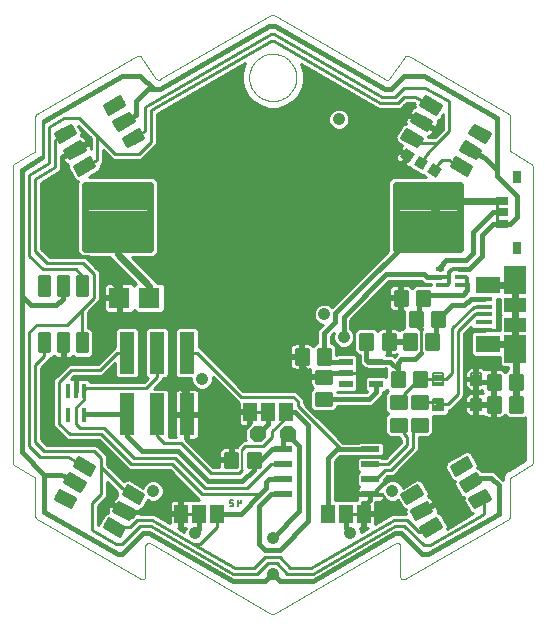
<source format=gbl>
G75*
%MOIN*%
%OFA0B0*%
%FSLAX24Y24*%
%IPPOS*%
%LPD*%
%AMOC8*
5,1,8,0,0,1.08239X$1,22.5*
%
%ADD10C,0.0000*%
%ADD11OC8,0.0520*%
%ADD12C,0.0098*%
%ADD13R,0.0472X0.0217*%
%ADD14R,0.0315X0.0157*%
%ADD15C,0.3937*%
%ADD16C,0.0239*%
%ADD17R,0.0709X0.0709*%
%ADD18R,0.0543X0.0177*%
%ADD19R,0.0827X0.0581*%
%ADD20R,0.0748X0.0935*%
%ADD21R,0.0748X0.0463*%
%ADD22R,0.0460X0.0630*%
%ADD23R,0.0610X0.0210*%
%ADD24C,0.0079*%
%ADD25R,0.0500X0.1402*%
%ADD26R,0.0180X0.0460*%
%ADD27C,0.0130*%
%ADD28R,0.0354X0.0354*%
%ADD29R,0.0433X0.0276*%
%ADD30R,0.0315X0.0433*%
%ADD31C,0.0410*%
%ADD32C,0.0100*%
%ADD33C,0.0150*%
%ADD34C,0.0130*%
%ADD35C,0.0120*%
%ADD36C,0.0140*%
%ADD37C,0.0240*%
%ADD38C,0.0095*%
%ADD39C,0.0080*%
%ADD40C,0.0060*%
D10*
X000950Y003328D02*
X004410Y001330D01*
X004427Y001322D01*
X004446Y001318D01*
X004465Y001317D01*
X004484Y001320D01*
X004502Y001326D01*
X004518Y001336D01*
X004532Y001348D01*
X004544Y001363D01*
X004553Y001380D01*
X004558Y001398D01*
X004560Y001417D01*
X004560Y002431D01*
X004562Y002450D01*
X004567Y002468D01*
X004576Y002485D01*
X004588Y002500D01*
X004602Y002512D01*
X004618Y002522D01*
X004636Y002528D01*
X004655Y002531D01*
X004674Y002530D01*
X004693Y002525D01*
X004710Y002518D01*
X004710Y002517D02*
X008760Y000179D01*
X008760Y000178D02*
X008776Y000171D01*
X008793Y000167D01*
X008810Y000165D01*
X008827Y000167D01*
X008844Y000171D01*
X008860Y000178D01*
X008860Y000179D02*
X012911Y002517D01*
X012911Y002518D02*
X012928Y002526D01*
X012947Y002530D01*
X012966Y002531D01*
X012985Y002528D01*
X013003Y002522D01*
X013019Y002512D01*
X013033Y002500D01*
X013045Y002485D01*
X013054Y002468D01*
X013059Y002450D01*
X013061Y002431D01*
X013061Y001417D01*
X013063Y001398D01*
X013068Y001380D01*
X013077Y001363D01*
X013089Y001348D01*
X013103Y001336D01*
X013119Y001326D01*
X013137Y001320D01*
X013156Y001317D01*
X013175Y001318D01*
X013194Y001323D01*
X013211Y001330D01*
X016671Y003328D01*
X016721Y003415D02*
X016721Y004659D01*
X016723Y004676D01*
X016727Y004693D01*
X016734Y004709D01*
X016744Y004723D01*
X016757Y004736D01*
X016771Y004746D01*
X017421Y005121D01*
X017471Y005208D02*
X017471Y015092D01*
X017421Y015179D02*
X016771Y015554D01*
X016757Y015564D01*
X016744Y015577D01*
X016734Y015591D01*
X016727Y015607D01*
X016723Y015624D01*
X016721Y015641D01*
X016721Y016755D01*
X016671Y016842D02*
X013336Y018767D01*
X013336Y018768D02*
X013319Y018775D01*
X013301Y018780D01*
X013283Y018781D01*
X013264Y018779D01*
X013247Y018773D01*
X013230Y018764D01*
X013216Y018752D01*
X013204Y018738D01*
X012696Y018012D01*
X012696Y018013D02*
X012684Y017999D01*
X012670Y017987D01*
X012653Y017978D01*
X012636Y017972D01*
X012617Y017970D01*
X012599Y017971D01*
X012581Y017976D01*
X012564Y017983D01*
X008860Y020121D01*
X008760Y020121D02*
X005057Y017983D01*
X005040Y017976D01*
X005022Y017971D01*
X005004Y017970D01*
X004985Y017972D01*
X004968Y017978D01*
X004951Y017987D01*
X004937Y017999D01*
X004925Y018013D01*
X004925Y018012D02*
X004417Y018738D01*
X004405Y018752D01*
X004391Y018764D01*
X004374Y018773D01*
X004357Y018779D01*
X004338Y018781D01*
X004320Y018780D01*
X004302Y018775D01*
X004285Y018768D01*
X004285Y018767D02*
X000950Y016842D01*
X000936Y016832D01*
X000923Y016819D01*
X000913Y016805D01*
X000906Y016789D01*
X000902Y016772D01*
X000900Y016755D01*
X000900Y015641D01*
X000898Y015624D01*
X000894Y015607D01*
X000887Y015591D01*
X000877Y015577D01*
X000864Y015564D01*
X000850Y015554D01*
X000200Y015179D01*
X000186Y015169D01*
X000173Y015156D01*
X000163Y015142D01*
X000156Y015126D01*
X000152Y015109D01*
X000150Y015092D01*
X000150Y005208D01*
X000152Y005191D01*
X000156Y005174D01*
X000163Y005158D01*
X000173Y005144D01*
X000186Y005131D01*
X000200Y005121D01*
X000850Y004746D01*
X000900Y004659D02*
X000900Y003415D01*
X000902Y003398D01*
X000906Y003381D01*
X000913Y003365D01*
X000923Y003351D01*
X000936Y003338D01*
X000950Y003328D01*
X000900Y004659D02*
X000898Y004676D01*
X000894Y004693D01*
X000887Y004709D01*
X000877Y004723D01*
X000864Y004736D01*
X000850Y004746D01*
X008023Y018050D02*
X008025Y018106D01*
X008031Y018161D01*
X008041Y018215D01*
X008054Y018269D01*
X008072Y018322D01*
X008093Y018373D01*
X008117Y018423D01*
X008145Y018471D01*
X008177Y018517D01*
X008211Y018561D01*
X008249Y018602D01*
X008289Y018640D01*
X008332Y018675D01*
X008377Y018707D01*
X008425Y018736D01*
X008474Y018762D01*
X008525Y018784D01*
X008577Y018802D01*
X008631Y018816D01*
X008686Y018827D01*
X008741Y018834D01*
X008796Y018837D01*
X008852Y018836D01*
X008907Y018831D01*
X008962Y018822D01*
X009016Y018810D01*
X009069Y018793D01*
X009121Y018773D01*
X009171Y018749D01*
X009219Y018722D01*
X009266Y018692D01*
X009310Y018658D01*
X009352Y018621D01*
X009390Y018581D01*
X009427Y018539D01*
X009460Y018494D01*
X009489Y018448D01*
X009516Y018399D01*
X009538Y018348D01*
X009558Y018296D01*
X009573Y018242D01*
X009585Y018188D01*
X009593Y018133D01*
X009597Y018078D01*
X009597Y018022D01*
X009593Y017967D01*
X009585Y017912D01*
X009573Y017858D01*
X009558Y017804D01*
X009538Y017752D01*
X009516Y017701D01*
X009489Y017652D01*
X009460Y017606D01*
X009427Y017561D01*
X009390Y017519D01*
X009352Y017479D01*
X009310Y017442D01*
X009266Y017408D01*
X009219Y017378D01*
X009171Y017351D01*
X009121Y017327D01*
X009069Y017307D01*
X009016Y017290D01*
X008962Y017278D01*
X008907Y017269D01*
X008852Y017264D01*
X008796Y017263D01*
X008741Y017266D01*
X008686Y017273D01*
X008631Y017284D01*
X008577Y017298D01*
X008525Y017316D01*
X008474Y017338D01*
X008425Y017364D01*
X008377Y017393D01*
X008332Y017425D01*
X008289Y017460D01*
X008249Y017498D01*
X008211Y017539D01*
X008177Y017583D01*
X008145Y017629D01*
X008117Y017677D01*
X008093Y017727D01*
X008072Y017778D01*
X008054Y017831D01*
X008041Y017885D01*
X008031Y017939D01*
X008025Y017994D01*
X008023Y018050D01*
X008760Y020122D02*
X008776Y020129D01*
X008793Y020133D01*
X008810Y020135D01*
X008827Y020133D01*
X008844Y020129D01*
X008860Y020122D01*
X016671Y016842D02*
X016685Y016832D01*
X016698Y016819D01*
X016708Y016805D01*
X016715Y016789D01*
X016719Y016772D01*
X016721Y016755D01*
X017421Y015179D02*
X017435Y015169D01*
X017448Y015156D01*
X017458Y015142D01*
X017465Y015126D01*
X017469Y015109D01*
X017471Y015092D01*
X017471Y005208D02*
X017469Y005191D01*
X017465Y005174D01*
X017458Y005158D01*
X017448Y005144D01*
X017435Y005131D01*
X017421Y005121D01*
X016721Y003415D02*
X016719Y003398D01*
X016715Y003381D01*
X016708Y003365D01*
X016698Y003351D01*
X016685Y003338D01*
X016671Y003328D01*
D11*
X009310Y006150D03*
X008310Y006150D03*
D12*
X008371Y005546D02*
X008371Y005054D01*
X007977Y005054D01*
X007977Y005546D01*
X008371Y005546D01*
X008371Y005151D02*
X007977Y005151D01*
X007977Y005248D02*
X008371Y005248D01*
X008371Y005345D02*
X007977Y005345D01*
X007977Y005442D02*
X008371Y005442D01*
X008371Y005539D02*
X007977Y005539D01*
X007623Y005546D02*
X007623Y005054D01*
X007229Y005054D01*
X007229Y005546D01*
X007623Y005546D01*
X007623Y005151D02*
X007229Y005151D01*
X007229Y005248D02*
X007623Y005248D01*
X007623Y005345D02*
X007229Y005345D01*
X007229Y005442D02*
X007623Y005442D01*
X007623Y005539D02*
X007229Y005539D01*
X009973Y008504D02*
X009973Y008996D01*
X009973Y008504D02*
X009579Y008504D01*
X009579Y008996D01*
X009973Y008996D01*
X009973Y008601D02*
X009579Y008601D01*
X009579Y008698D02*
X009973Y008698D01*
X009973Y008795D02*
X009579Y008795D01*
X009579Y008892D02*
X009973Y008892D01*
X009973Y008989D02*
X009579Y008989D01*
X010721Y008996D02*
X010721Y008504D01*
X010327Y008504D01*
X010327Y008996D01*
X010721Y008996D01*
X010721Y008601D02*
X010327Y008601D01*
X010327Y008698D02*
X010721Y008698D01*
X010721Y008795D02*
X010327Y008795D01*
X010327Y008892D02*
X010721Y008892D01*
X010721Y008989D02*
X010327Y008989D01*
X010254Y008271D02*
X010746Y008271D01*
X010746Y007877D01*
X010254Y007877D01*
X010254Y008271D01*
X010254Y007974D02*
X010746Y007974D01*
X010746Y008071D02*
X010254Y008071D01*
X010254Y008168D02*
X010746Y008168D01*
X010746Y008265D02*
X010254Y008265D01*
X010254Y007523D02*
X010746Y007523D01*
X010746Y007129D01*
X010254Y007129D01*
X010254Y007523D01*
X010254Y007226D02*
X010746Y007226D01*
X010746Y007323D02*
X010254Y007323D01*
X010254Y007420D02*
X010746Y007420D01*
X010746Y007517D02*
X010254Y007517D01*
X011729Y009004D02*
X011729Y009496D01*
X012123Y009496D01*
X012123Y009004D01*
X011729Y009004D01*
X011729Y009101D02*
X012123Y009101D01*
X012123Y009198D02*
X011729Y009198D01*
X011729Y009295D02*
X012123Y009295D01*
X012123Y009392D02*
X011729Y009392D01*
X011729Y009489D02*
X012123Y009489D01*
X012477Y009496D02*
X012477Y009004D01*
X012477Y009496D02*
X012871Y009496D01*
X012871Y009004D01*
X012477Y009004D01*
X012477Y009101D02*
X012871Y009101D01*
X012871Y009198D02*
X012477Y009198D01*
X012477Y009295D02*
X012871Y009295D01*
X012871Y009392D02*
X012477Y009392D01*
X012477Y009489D02*
X012871Y009489D01*
X013573Y009496D02*
X013573Y009004D01*
X013179Y009004D01*
X013179Y009496D01*
X013573Y009496D01*
X013573Y009101D02*
X013179Y009101D01*
X013179Y009198D02*
X013573Y009198D01*
X013573Y009295D02*
X013179Y009295D01*
X013179Y009392D02*
X013573Y009392D01*
X013573Y009489D02*
X013179Y009489D01*
X013773Y009754D02*
X013773Y010246D01*
X013773Y009754D02*
X013379Y009754D01*
X013379Y010246D01*
X013773Y010246D01*
X013773Y009851D02*
X013379Y009851D01*
X013379Y009948D02*
X013773Y009948D01*
X013773Y010045D02*
X013379Y010045D01*
X013379Y010142D02*
X013773Y010142D01*
X013773Y010239D02*
X013379Y010239D01*
X013273Y010454D02*
X013273Y010946D01*
X013273Y010454D02*
X012879Y010454D01*
X012879Y010946D01*
X013273Y010946D01*
X013273Y010551D02*
X012879Y010551D01*
X012879Y010648D02*
X013273Y010648D01*
X013273Y010745D02*
X012879Y010745D01*
X012879Y010842D02*
X013273Y010842D01*
X013273Y010939D02*
X012879Y010939D01*
X014021Y010946D02*
X014021Y010454D01*
X013627Y010454D01*
X013627Y010946D01*
X014021Y010946D01*
X014021Y010551D02*
X013627Y010551D01*
X013627Y010648D02*
X014021Y010648D01*
X014021Y010745D02*
X013627Y010745D01*
X013627Y010842D02*
X014021Y010842D01*
X014021Y010939D02*
X013627Y010939D01*
X014521Y010246D02*
X014521Y009754D01*
X014127Y009754D01*
X014127Y010246D01*
X014521Y010246D01*
X014521Y009851D02*
X014127Y009851D01*
X014127Y009948D02*
X014521Y009948D01*
X014521Y010045D02*
X014127Y010045D01*
X014127Y010142D02*
X014521Y010142D01*
X014521Y010239D02*
X014127Y010239D01*
X014321Y009496D02*
X014321Y009004D01*
X013927Y009004D01*
X013927Y009496D01*
X014321Y009496D01*
X014321Y009101D02*
X013927Y009101D01*
X013927Y009198D02*
X014321Y009198D01*
X014321Y009295D02*
X013927Y009295D01*
X013927Y009392D02*
X014321Y009392D01*
X014321Y009489D02*
X013927Y009489D01*
X013921Y008246D02*
X013921Y007754D01*
X013527Y007754D01*
X013527Y008246D01*
X013921Y008246D01*
X013921Y007851D02*
X013527Y007851D01*
X013527Y007948D02*
X013921Y007948D01*
X013921Y008045D02*
X013527Y008045D01*
X013527Y008142D02*
X013921Y008142D01*
X013921Y008239D02*
X013527Y008239D01*
X013173Y008246D02*
X013173Y007754D01*
X012779Y007754D01*
X012779Y008246D01*
X013173Y008246D01*
X013173Y007851D02*
X012779Y007851D01*
X012779Y007948D02*
X013173Y007948D01*
X013173Y008045D02*
X012779Y008045D01*
X012779Y008142D02*
X013173Y008142D01*
X013173Y008239D02*
X012779Y008239D01*
X012754Y007421D02*
X013246Y007421D01*
X013246Y007027D01*
X012754Y007027D01*
X012754Y007421D01*
X012754Y007124D02*
X013246Y007124D01*
X013246Y007221D02*
X012754Y007221D01*
X012754Y007318D02*
X013246Y007318D01*
X013246Y007415D02*
X012754Y007415D01*
X013454Y007421D02*
X013946Y007421D01*
X013946Y007027D01*
X013454Y007027D01*
X013454Y007421D01*
X013454Y007124D02*
X013946Y007124D01*
X013946Y007221D02*
X013454Y007221D01*
X013454Y007318D02*
X013946Y007318D01*
X013946Y007415D02*
X013454Y007415D01*
X013454Y006673D02*
X013946Y006673D01*
X013946Y006279D01*
X013454Y006279D01*
X013454Y006673D01*
X013454Y006376D02*
X013946Y006376D01*
X013946Y006473D02*
X013454Y006473D01*
X013454Y006570D02*
X013946Y006570D01*
X013946Y006667D02*
X013454Y006667D01*
X013246Y006673D02*
X012754Y006673D01*
X013246Y006673D02*
X013246Y006279D01*
X012754Y006279D01*
X012754Y006673D01*
X012754Y006376D02*
X013246Y006376D01*
X013246Y006473D02*
X012754Y006473D01*
X012754Y006570D02*
X013246Y006570D01*
X013246Y006667D02*
X012754Y006667D01*
X016373Y006904D02*
X016373Y007396D01*
X016373Y006904D02*
X015979Y006904D01*
X015979Y007396D01*
X016373Y007396D01*
X016373Y007001D02*
X015979Y007001D01*
X015979Y007098D02*
X016373Y007098D01*
X016373Y007195D02*
X015979Y007195D01*
X015979Y007292D02*
X016373Y007292D01*
X016373Y007389D02*
X015979Y007389D01*
X015979Y007654D02*
X015979Y008146D01*
X016373Y008146D01*
X016373Y007654D01*
X015979Y007654D01*
X015979Y007751D02*
X016373Y007751D01*
X016373Y007848D02*
X015979Y007848D01*
X015979Y007945D02*
X016373Y007945D01*
X016373Y008042D02*
X015979Y008042D01*
X015979Y008139D02*
X016373Y008139D01*
X016727Y008146D02*
X016727Y007654D01*
X016727Y008146D02*
X017121Y008146D01*
X017121Y007654D01*
X016727Y007654D01*
X016727Y007751D02*
X017121Y007751D01*
X017121Y007848D02*
X016727Y007848D01*
X016727Y007945D02*
X017121Y007945D01*
X017121Y008042D02*
X016727Y008042D01*
X016727Y008139D02*
X017121Y008139D01*
X017121Y007396D02*
X017121Y006904D01*
X016727Y006904D01*
X016727Y007396D01*
X017121Y007396D01*
X017121Y007001D02*
X016727Y007001D01*
X016727Y007098D02*
X017121Y007098D01*
X017121Y007195D02*
X016727Y007195D01*
X016727Y007292D02*
X017121Y007292D01*
X017121Y007389D02*
X016727Y007389D01*
D13*
X012262Y007826D03*
X012262Y008574D03*
X011238Y008574D03*
X011238Y008200D03*
X011238Y007826D03*
D14*
X014385Y011144D03*
X014385Y011400D03*
X014385Y011656D03*
X015015Y011656D03*
X015015Y011400D03*
X015015Y011144D03*
D15*
X008810Y013400D03*
D16*
X004715Y014476D02*
X002563Y014476D01*
X004715Y014476D02*
X004715Y012324D01*
X002563Y012324D01*
X002563Y014476D01*
X002563Y012562D02*
X004715Y012562D01*
X004715Y012800D02*
X002563Y012800D01*
X002563Y013038D02*
X004715Y013038D01*
X004715Y013276D02*
X002563Y013276D01*
X002563Y013514D02*
X004715Y013514D01*
X004715Y013752D02*
X002563Y013752D01*
X002563Y013990D02*
X004715Y013990D01*
X004715Y014228D02*
X002563Y014228D01*
X002563Y014466D02*
X004715Y014466D01*
X012906Y014476D02*
X015058Y014476D01*
X015058Y012324D01*
X012906Y012324D01*
X012906Y014476D01*
X012906Y012562D02*
X015058Y012562D01*
X015058Y012800D02*
X012906Y012800D01*
X012906Y013038D02*
X015058Y013038D01*
X015058Y013276D02*
X012906Y013276D01*
X012906Y013514D02*
X015058Y013514D01*
X015058Y013752D02*
X012906Y013752D01*
X012906Y013990D02*
X015058Y013990D01*
X015058Y014228D02*
X012906Y014228D01*
X012906Y014466D02*
X015058Y014466D01*
D17*
X004700Y010700D03*
X003700Y010700D03*
D18*
X015850Y010662D03*
X015850Y010406D03*
X015850Y010150D03*
X015850Y009894D03*
X015850Y009638D03*
D19*
X015992Y009181D03*
X015992Y011119D03*
D20*
X016897Y011297D03*
X016897Y009003D03*
D21*
X016897Y009815D03*
X016897Y010473D03*
D22*
X011850Y003500D03*
X011250Y003500D03*
X010650Y003500D03*
X009250Y006900D03*
X008650Y006900D03*
X008050Y006900D03*
X006950Y003500D03*
X006350Y003500D03*
X005750Y003500D03*
D23*
X009140Y004150D03*
X009140Y004650D03*
X009140Y005150D03*
X009140Y005650D03*
X012060Y005650D03*
X012060Y005150D03*
X012060Y004650D03*
X012060Y004150D03*
D24*
X014162Y006953D02*
X014162Y007347D01*
X014478Y007347D01*
X014478Y006953D01*
X014162Y006953D01*
X014162Y007031D02*
X014478Y007031D01*
X014478Y007109D02*
X014162Y007109D01*
X014162Y007187D02*
X014478Y007187D01*
X014478Y007265D02*
X014162Y007265D01*
X014162Y007343D02*
X014478Y007343D01*
X014162Y007803D02*
X014162Y008197D01*
X014478Y008197D01*
X014478Y007803D01*
X014162Y007803D01*
X014162Y007881D02*
X014478Y007881D01*
X014478Y007959D02*
X014162Y007959D01*
X014162Y008037D02*
X014478Y008037D01*
X014478Y008115D02*
X014162Y008115D01*
X014162Y008193D02*
X014478Y008193D01*
X015422Y008197D02*
X015422Y007803D01*
X015422Y008197D02*
X015738Y008197D01*
X015738Y007803D01*
X015422Y007803D01*
X015422Y007881D02*
X015738Y007881D01*
X015738Y007959D02*
X015422Y007959D01*
X015422Y008037D02*
X015738Y008037D01*
X015738Y008115D02*
X015422Y008115D01*
X015422Y008193D02*
X015738Y008193D01*
X015422Y007347D02*
X015422Y006953D01*
X015422Y007347D02*
X015738Y007347D01*
X015738Y006953D01*
X015422Y006953D01*
X015422Y007031D02*
X015738Y007031D01*
X015738Y007109D02*
X015422Y007109D01*
X015422Y007187D02*
X015738Y007187D01*
X015738Y007265D02*
X015422Y007265D01*
X015422Y007343D02*
X015738Y007343D01*
D25*
X005950Y006824D03*
X004950Y006824D03*
X003950Y006824D03*
X003950Y008876D03*
X004950Y008876D03*
X005950Y008876D03*
D26*
X002510Y007610D03*
X002250Y007610D03*
X001990Y007610D03*
X001990Y006790D03*
X002510Y006790D03*
D27*
X002353Y005363D02*
X002852Y005075D01*
X002701Y004813D01*
X002202Y005101D01*
X002353Y005363D01*
X002477Y004942D02*
X002775Y004942D01*
X002850Y005071D02*
X002254Y005071D01*
X002259Y005200D02*
X002635Y005200D01*
X002412Y005329D02*
X002333Y005329D01*
X002038Y004817D02*
X002537Y004529D01*
X002386Y004267D01*
X001887Y004555D01*
X002038Y004817D01*
X002162Y004396D02*
X002460Y004396D01*
X002535Y004525D02*
X001939Y004525D01*
X001944Y004654D02*
X002320Y004654D01*
X002097Y004783D02*
X002018Y004783D01*
X001723Y004272D02*
X002222Y003984D01*
X002071Y003722D01*
X001572Y004010D01*
X001723Y004272D01*
X001847Y003851D02*
X002145Y003851D01*
X002220Y003980D02*
X001624Y003980D01*
X001629Y004109D02*
X002005Y004109D01*
X001782Y004238D02*
X001703Y004238D01*
X003359Y003327D02*
X003858Y003039D01*
X003707Y002777D01*
X003208Y003065D01*
X003359Y003327D01*
X003483Y002906D02*
X003781Y002906D01*
X003856Y003035D02*
X003260Y003035D01*
X003265Y003164D02*
X003641Y003164D01*
X003418Y003293D02*
X003339Y003293D01*
X003674Y003873D02*
X004173Y003585D01*
X004022Y003323D01*
X003523Y003611D01*
X003674Y003873D01*
X003798Y003452D02*
X004096Y003452D01*
X004171Y003581D02*
X003575Y003581D01*
X003580Y003710D02*
X003956Y003710D01*
X003733Y003839D02*
X003654Y003839D01*
X003989Y004418D02*
X004488Y004130D01*
X004337Y003868D01*
X003838Y004156D01*
X003989Y004418D01*
X004113Y003997D02*
X004411Y003997D01*
X004486Y004126D02*
X003890Y004126D01*
X003895Y004255D02*
X004271Y004255D01*
X004048Y004384D02*
X003969Y004384D01*
X002611Y008916D02*
X002611Y009494D01*
X002611Y008916D02*
X002309Y008916D01*
X002309Y009494D01*
X002611Y009494D01*
X002611Y009045D02*
X002309Y009045D01*
X002309Y009174D02*
X002611Y009174D01*
X002611Y009303D02*
X002309Y009303D01*
X002309Y009432D02*
X002611Y009432D01*
X001981Y009494D02*
X001981Y008916D01*
X001679Y008916D01*
X001679Y009494D01*
X001981Y009494D01*
X001981Y009045D02*
X001679Y009045D01*
X001679Y009174D02*
X001981Y009174D01*
X001981Y009303D02*
X001679Y009303D01*
X001679Y009432D02*
X001981Y009432D01*
X001351Y009494D02*
X001351Y008916D01*
X001049Y008916D01*
X001049Y009494D01*
X001351Y009494D01*
X001351Y009045D02*
X001049Y009045D01*
X001049Y009174D02*
X001351Y009174D01*
X001351Y009303D02*
X001049Y009303D01*
X001049Y009432D02*
X001351Y009432D01*
X001351Y010806D02*
X001351Y011384D01*
X001351Y010806D02*
X001049Y010806D01*
X001049Y011384D01*
X001351Y011384D01*
X001351Y010935D02*
X001049Y010935D01*
X001049Y011064D02*
X001351Y011064D01*
X001351Y011193D02*
X001049Y011193D01*
X001049Y011322D02*
X001351Y011322D01*
X001981Y011384D02*
X001981Y010806D01*
X001679Y010806D01*
X001679Y011384D01*
X001981Y011384D01*
X001981Y010935D02*
X001679Y010935D01*
X001679Y011064D02*
X001981Y011064D01*
X001981Y011193D02*
X001679Y011193D01*
X001679Y011322D02*
X001981Y011322D01*
X002611Y011384D02*
X002611Y010806D01*
X002309Y010806D01*
X002309Y011384D01*
X002611Y011384D01*
X002611Y010935D02*
X002309Y010935D01*
X002309Y011064D02*
X002611Y011064D01*
X002611Y011193D02*
X002309Y011193D01*
X002309Y011322D02*
X002611Y011322D01*
X002353Y014807D02*
X002852Y015095D01*
X002353Y014807D02*
X002202Y015069D01*
X002701Y015357D01*
X002852Y015095D01*
X002577Y014936D02*
X002279Y014936D01*
X002204Y015065D02*
X002800Y015065D01*
X002795Y015194D02*
X002419Y015194D01*
X002642Y015323D02*
X002721Y015323D01*
X002537Y015641D02*
X002038Y015353D01*
X001887Y015615D01*
X002386Y015903D01*
X002537Y015641D01*
X002262Y015482D02*
X001964Y015482D01*
X001889Y015611D02*
X002485Y015611D01*
X002480Y015740D02*
X002104Y015740D01*
X002327Y015869D02*
X002406Y015869D01*
X002222Y016186D02*
X001723Y015898D01*
X001572Y016160D01*
X002071Y016448D01*
X002222Y016186D01*
X001947Y016027D02*
X001649Y016027D01*
X001574Y016156D02*
X002170Y016156D01*
X002165Y016285D02*
X001789Y016285D01*
X002012Y016414D02*
X002091Y016414D01*
X003359Y016843D02*
X003858Y017131D01*
X003359Y016843D02*
X003208Y017105D01*
X003707Y017393D01*
X003858Y017131D01*
X003583Y016972D02*
X003285Y016972D01*
X003210Y017101D02*
X003806Y017101D01*
X003801Y017230D02*
X003425Y017230D01*
X003648Y017359D02*
X003727Y017359D01*
X004173Y016585D02*
X003674Y016297D01*
X003523Y016559D01*
X004022Y016847D01*
X004173Y016585D01*
X003898Y016426D02*
X003600Y016426D01*
X003525Y016555D02*
X004121Y016555D01*
X004116Y016684D02*
X003740Y016684D01*
X003963Y016813D02*
X004042Y016813D01*
X004488Y016040D02*
X003989Y015752D01*
X003838Y016014D01*
X004337Y016302D01*
X004488Y016040D01*
X004213Y015881D02*
X003915Y015881D01*
X003840Y016010D02*
X004436Y016010D01*
X004431Y016139D02*
X004055Y016139D01*
X004278Y016268D02*
X004357Y016268D01*
X013132Y016040D02*
X013631Y015752D01*
X013132Y016040D02*
X013283Y016302D01*
X013782Y016014D01*
X013631Y015752D01*
X013705Y015881D02*
X013407Y015881D01*
X013184Y016010D02*
X013780Y016010D01*
X013565Y016139D02*
X013189Y016139D01*
X013263Y016268D02*
X013342Y016268D01*
X013447Y016585D02*
X013946Y016297D01*
X013447Y016585D02*
X013598Y016847D01*
X014097Y016559D01*
X013946Y016297D01*
X014020Y016426D02*
X013722Y016426D01*
X013499Y016555D02*
X014095Y016555D01*
X013880Y016684D02*
X013504Y016684D01*
X013578Y016813D02*
X013657Y016813D01*
X013762Y017131D02*
X014261Y016843D01*
X013762Y017131D02*
X013913Y017393D01*
X014412Y017105D01*
X014261Y016843D01*
X014335Y016972D02*
X014037Y016972D01*
X013814Y017101D02*
X014410Y017101D01*
X014195Y017230D02*
X013819Y017230D01*
X013893Y017359D02*
X013972Y017359D01*
X015398Y016186D02*
X015897Y015898D01*
X015398Y016186D02*
X015549Y016448D01*
X016048Y016160D01*
X015897Y015898D01*
X015971Y016027D02*
X015673Y016027D01*
X015450Y016156D02*
X016046Y016156D01*
X015831Y016285D02*
X015455Y016285D01*
X015529Y016414D02*
X015608Y016414D01*
X015083Y015641D02*
X015582Y015353D01*
X015083Y015641D02*
X015234Y015903D01*
X015733Y015615D01*
X015582Y015353D01*
X015656Y015482D02*
X015358Y015482D01*
X015135Y015611D02*
X015731Y015611D01*
X015516Y015740D02*
X015140Y015740D01*
X015214Y015869D02*
X015293Y015869D01*
X014768Y015095D02*
X015267Y014807D01*
X014768Y015095D02*
X014919Y015357D01*
X015418Y015069D01*
X015267Y014807D01*
X015341Y014936D02*
X015043Y014936D01*
X014820Y015065D02*
X015416Y015065D01*
X015201Y015194D02*
X014825Y015194D01*
X014899Y015323D02*
X014978Y015323D01*
X015418Y005101D02*
X014919Y004813D01*
X014768Y005075D01*
X015267Y005363D01*
X015418Y005101D01*
X015143Y004942D02*
X014845Y004942D01*
X014770Y005071D02*
X015366Y005071D01*
X015361Y005200D02*
X014985Y005200D01*
X015208Y005329D02*
X015287Y005329D01*
X015733Y004555D02*
X015234Y004267D01*
X015083Y004529D01*
X015582Y004817D01*
X015733Y004555D01*
X015458Y004396D02*
X015160Y004396D01*
X015085Y004525D02*
X015681Y004525D01*
X015676Y004654D02*
X015300Y004654D01*
X015523Y004783D02*
X015602Y004783D01*
X016048Y004010D02*
X015549Y003722D01*
X015398Y003984D01*
X015897Y004272D01*
X016048Y004010D01*
X015773Y003851D02*
X015475Y003851D01*
X015400Y003980D02*
X015996Y003980D01*
X015991Y004109D02*
X015615Y004109D01*
X015838Y004238D02*
X015917Y004238D01*
X014412Y003065D02*
X013913Y002777D01*
X013762Y003039D01*
X014261Y003327D01*
X014412Y003065D01*
X014137Y002906D02*
X013839Y002906D01*
X013764Y003035D02*
X014360Y003035D01*
X014355Y003164D02*
X013979Y003164D01*
X014202Y003293D02*
X014281Y003293D01*
X014097Y003611D02*
X013598Y003323D01*
X013447Y003585D01*
X013946Y003873D01*
X014097Y003611D01*
X013822Y003452D02*
X013524Y003452D01*
X013449Y003581D02*
X014045Y003581D01*
X014040Y003710D02*
X013664Y003710D01*
X013887Y003839D02*
X013966Y003839D01*
X013782Y004156D02*
X013283Y003868D01*
X013132Y004130D01*
X013631Y004418D01*
X013782Y004156D01*
X013507Y003997D02*
X013209Y003997D01*
X013134Y004126D02*
X013730Y004126D01*
X013725Y004255D02*
X013349Y004255D01*
X013572Y004384D02*
X013651Y004384D01*
D28*
G36*
X014136Y015191D02*
X014441Y015014D01*
X014264Y014709D01*
X013959Y014886D01*
X014136Y015191D01*
G37*
G36*
X013686Y015441D02*
X013991Y015264D01*
X013814Y014959D01*
X013509Y015136D01*
X013686Y015441D01*
G37*
G36*
X013236Y015691D02*
X013541Y015514D01*
X013364Y015209D01*
X013059Y015386D01*
X013236Y015691D01*
G37*
D29*
X016438Y013944D03*
X016438Y013550D03*
X016438Y013156D03*
D30*
X016950Y012369D03*
X016950Y014731D03*
D31*
X012170Y009900D03*
X011170Y009400D03*
X010530Y010150D03*
X011030Y011150D03*
X011010Y015650D03*
X011010Y016650D03*
X006450Y008000D03*
X005450Y008000D03*
X004820Y004270D03*
X006220Y002870D03*
X008810Y002695D03*
X008810Y001495D03*
X011400Y002870D03*
X012800Y004270D03*
D32*
X003600Y002500D02*
X002800Y002950D01*
X002800Y003850D01*
X003100Y004150D01*
X003100Y005050D01*
X003800Y004350D01*
X004163Y004143D01*
X004476Y004386D02*
X004484Y004386D01*
X004482Y004382D02*
X004019Y004650D01*
X003847Y004604D01*
X003840Y004592D01*
X003300Y005133D01*
X003300Y005433D01*
X003183Y005550D01*
X002933Y005800D01*
X001283Y005800D01*
X001100Y005983D01*
X001100Y008367D01*
X001400Y008667D01*
X001400Y008701D01*
X001441Y008701D01*
X001515Y008775D01*
X001546Y008744D01*
X001595Y008715D01*
X001650Y008701D01*
X001780Y008701D01*
X001780Y009155D01*
X001880Y009155D01*
X001880Y008701D01*
X002010Y008701D01*
X002065Y008715D01*
X002114Y008744D01*
X002145Y008775D01*
X002219Y008701D01*
X002701Y008701D01*
X002826Y008827D01*
X002826Y009584D01*
X002701Y009709D01*
X002655Y009709D01*
X002651Y010218D01*
X003050Y010617D01*
X003050Y011583D01*
X002933Y011700D01*
X002583Y012050D01*
X001383Y012050D01*
X001100Y012333D01*
X001100Y014538D01*
X001607Y014850D01*
X001633Y014850D01*
X001675Y014892D01*
X001725Y014923D01*
X001731Y014949D01*
X001750Y014967D01*
X001750Y015027D01*
X001764Y015084D01*
X001750Y015107D01*
X001750Y015419D01*
X002143Y015646D01*
X002193Y015559D01*
X001800Y015332D01*
X001865Y015220D01*
X001905Y015180D01*
X001954Y015151D01*
X001997Y015140D01*
X001970Y015038D01*
X002210Y014621D01*
X002320Y014592D01*
X002294Y014529D01*
X002294Y012271D01*
X002335Y012172D01*
X002411Y012096D01*
X002510Y012055D01*
X003391Y012055D01*
X003410Y012008D01*
X003486Y011932D01*
X003486Y011932D01*
X004249Y011169D01*
X004196Y011116D01*
X004196Y011106D01*
X004194Y011112D01*
X004174Y011146D01*
X004146Y011174D01*
X004112Y011194D01*
X004074Y011204D01*
X003750Y011204D01*
X003750Y010750D01*
X003650Y010750D01*
X003650Y011204D01*
X003326Y011204D01*
X003288Y011194D01*
X003254Y011174D01*
X003226Y011146D01*
X003206Y011112D01*
X003196Y011074D01*
X003196Y010750D01*
X003650Y010750D01*
X003650Y010650D01*
X003750Y010650D01*
X003750Y010196D01*
X004074Y010196D01*
X004112Y010206D01*
X004146Y010226D01*
X004174Y010254D01*
X004194Y010288D01*
X004196Y010294D01*
X004196Y010284D01*
X004284Y010196D01*
X005116Y010196D01*
X005204Y010284D01*
X005204Y011116D01*
X005116Y011204D01*
X004949Y011204D01*
X004929Y011253D01*
X004127Y012055D01*
X004768Y012055D01*
X004867Y012096D01*
X004943Y012172D01*
X004984Y012271D01*
X004984Y014529D01*
X004943Y014628D01*
X004867Y014704D01*
X004768Y014745D01*
X002676Y014745D01*
X003038Y014954D01*
X003084Y015126D01*
X003075Y015141D01*
X003121Y015167D01*
X003129Y015196D01*
X003150Y015217D01*
X003150Y015273D01*
X003165Y015327D01*
X003150Y015353D01*
X003150Y015617D01*
X003467Y015300D01*
X004433Y015300D01*
X004550Y015417D01*
X004833Y015700D01*
X004950Y015817D01*
X004950Y016834D01*
X007885Y018522D01*
X007844Y018450D01*
X007773Y018187D01*
X007773Y017913D01*
X007844Y017650D01*
X007980Y017413D01*
X008173Y017220D01*
X008410Y017083D01*
X008674Y017013D01*
X008947Y017013D01*
X009211Y017083D01*
X009447Y017220D01*
X009640Y017413D01*
X009777Y017650D01*
X009848Y017913D01*
X009848Y018187D01*
X009777Y018450D01*
X009748Y018500D01*
X012277Y017040D01*
X012317Y017000D01*
X012346Y017000D01*
X012372Y016985D01*
X012426Y017000D01*
X013083Y017000D01*
X013200Y017117D01*
X013283Y017200D01*
X013501Y017200D01*
X013540Y017179D01*
X013530Y017162D01*
X013557Y017060D01*
X013514Y017049D01*
X013465Y017020D01*
X013425Y016980D01*
X013360Y016868D01*
X013753Y016641D01*
X013703Y016554D01*
X013310Y016781D01*
X013245Y016669D01*
X013230Y016614D01*
X013230Y016558D01*
X013242Y016515D01*
X013140Y016487D01*
X012900Y016071D01*
X012946Y015899D01*
X013126Y015795D01*
X013115Y015784D01*
X013036Y015647D01*
X013286Y015503D01*
X013247Y015436D01*
X012997Y015580D01*
X012918Y015443D01*
X012908Y015405D01*
X012908Y015365D01*
X012918Y015327D01*
X012938Y015293D01*
X012966Y015265D01*
X013103Y015186D01*
X013247Y015436D01*
X013314Y015397D01*
X013170Y015147D01*
X013307Y015068D01*
X013345Y015058D01*
X013373Y015058D01*
X013379Y015036D01*
X013794Y014797D01*
X013824Y014805D01*
X013829Y014786D01*
X013901Y014745D01*
X012853Y014745D01*
X012753Y014704D01*
X012678Y014628D01*
X012637Y014529D01*
X012637Y012271D01*
X012641Y012260D01*
X010782Y010400D01*
X010731Y010451D01*
X010601Y010505D01*
X010460Y010505D01*
X010329Y010451D01*
X010229Y010351D01*
X010175Y010221D01*
X010175Y010079D01*
X010229Y009949D01*
X010329Y009849D01*
X010460Y009795D01*
X010477Y009795D01*
X010299Y009617D01*
X010299Y009195D01*
X010245Y009195D01*
X010145Y009096D01*
X010132Y009118D01*
X010095Y009155D01*
X010050Y009182D01*
X009999Y009195D01*
X009826Y009195D01*
X009826Y008800D01*
X009726Y008800D01*
X009726Y009195D01*
X009553Y009195D01*
X009502Y009182D01*
X009457Y009155D01*
X009420Y009118D01*
X009393Y009073D01*
X009380Y009022D01*
X009380Y008800D01*
X009726Y008800D01*
X009726Y008700D01*
X009826Y008700D01*
X009826Y008305D01*
X009999Y008305D01*
X010050Y008318D01*
X010062Y008326D01*
X010062Y008326D01*
X010055Y008297D01*
X010055Y008124D01*
X010450Y008124D01*
X010450Y008024D01*
X010055Y008024D01*
X010055Y007851D01*
X010068Y007800D01*
X010095Y007755D01*
X010132Y007718D01*
X010154Y007705D01*
X010055Y007605D01*
X010055Y007047D01*
X010171Y006930D01*
X010829Y006930D01*
X010945Y007047D01*
X010945Y007101D01*
X012119Y007101D01*
X012355Y007337D01*
X012487Y007469D01*
X012487Y007568D01*
X012560Y007568D01*
X012622Y007629D01*
X012651Y007600D01*
X012555Y007503D01*
X012555Y006945D01*
X012649Y006850D01*
X012555Y006755D01*
X012555Y006197D01*
X012671Y006080D01*
X013000Y006080D01*
X013000Y006067D01*
X013100Y005967D01*
X013100Y005883D01*
X012567Y005350D01*
X012482Y005350D01*
X012432Y005400D01*
X012515Y005483D01*
X012515Y005817D01*
X012427Y005905D01*
X011693Y005905D01*
X011663Y005875D01*
X011158Y005875D01*
X009850Y007183D01*
X009850Y007333D01*
X009733Y007450D01*
X009583Y007600D01*
X007833Y007600D01*
X006474Y008958D01*
X006357Y009076D01*
X006350Y009076D01*
X006350Y009639D01*
X006262Y009726D01*
X005638Y009726D01*
X005550Y009639D01*
X005550Y008113D01*
X005638Y008025D01*
X006095Y008025D01*
X006095Y007929D01*
X006149Y007799D01*
X006249Y007699D01*
X006380Y007645D01*
X006521Y007645D01*
X006651Y007699D01*
X006751Y007799D01*
X006805Y007929D01*
X006805Y008062D01*
X007667Y007200D01*
X007670Y007200D01*
X007670Y006950D01*
X008000Y006950D01*
X008000Y006850D01*
X007670Y006850D01*
X007670Y006565D01*
X007680Y006527D01*
X007700Y006493D01*
X007728Y006465D01*
X007762Y006445D01*
X007800Y006435D01*
X008000Y006435D01*
X008000Y006817D01*
X008100Y006717D01*
X008100Y006520D01*
X007900Y006320D01*
X007900Y005980D01*
X007930Y005950D01*
X007817Y005950D01*
X007700Y005833D01*
X007700Y005833D01*
X007612Y005745D01*
X007476Y005745D01*
X007476Y005350D01*
X007376Y005350D01*
X007376Y005745D01*
X007203Y005745D01*
X007152Y005732D01*
X007107Y005705D01*
X007070Y005668D01*
X007043Y005623D01*
X007030Y005572D01*
X007030Y005350D01*
X007376Y005350D01*
X007376Y005250D01*
X007030Y005250D01*
X007030Y005050D01*
X006833Y005050D01*
X005950Y005933D01*
X005900Y005983D01*
X005900Y006774D01*
X006000Y006774D01*
X006000Y005974D01*
X006220Y005974D01*
X006258Y005984D01*
X006292Y006004D01*
X006320Y006032D01*
X006340Y006066D01*
X006350Y006104D01*
X006350Y006774D01*
X006000Y006774D01*
X006000Y006874D01*
X006350Y006874D01*
X006350Y007545D01*
X006340Y007583D01*
X006320Y007617D01*
X006292Y007645D01*
X006258Y007665D01*
X006220Y007675D01*
X006000Y007675D01*
X006000Y006874D01*
X005900Y006874D01*
X005900Y006774D01*
X005550Y006774D01*
X005550Y006104D01*
X005560Y006066D01*
X005569Y006050D01*
X005339Y006050D01*
X005350Y006061D01*
X005350Y007587D01*
X005262Y007675D01*
X004858Y007675D01*
X005150Y007967D01*
X005150Y008025D01*
X005262Y008025D01*
X005350Y008113D01*
X005350Y009639D01*
X005262Y009726D01*
X004638Y009726D01*
X004550Y009639D01*
X004550Y008113D01*
X004638Y008025D01*
X004642Y008025D01*
X004517Y007900D01*
X002750Y007900D01*
X002750Y007902D01*
X002662Y007990D01*
X002250Y007990D01*
X002250Y007610D01*
X002250Y007610D01*
X002250Y007990D01*
X002140Y007990D01*
X002073Y007990D01*
X002183Y008100D01*
X003133Y008100D01*
X003250Y008217D01*
X003550Y008517D01*
X003550Y008113D01*
X003638Y008025D01*
X004262Y008025D01*
X004350Y008113D01*
X004350Y009639D01*
X004262Y009726D01*
X003638Y009726D01*
X003550Y009639D01*
X003550Y009076D01*
X003543Y009076D01*
X002967Y008500D01*
X002017Y008500D01*
X001617Y008100D01*
X001500Y007983D01*
X001500Y006417D01*
X001850Y006067D01*
X001967Y005950D01*
X003017Y005950D01*
X004017Y004950D01*
X005367Y004950D01*
X006352Y003965D01*
X006058Y003965D01*
X006044Y003951D01*
X006038Y003955D01*
X006000Y003965D01*
X005800Y003965D01*
X005800Y003683D01*
X005700Y003583D01*
X005700Y003965D01*
X005500Y003965D01*
X005462Y003955D01*
X005428Y003935D01*
X005400Y003907D01*
X005380Y003873D01*
X005370Y003835D01*
X005370Y003550D01*
X005700Y003550D01*
X005700Y003450D01*
X005370Y003450D01*
X005370Y003195D01*
X004924Y003459D01*
X004883Y003500D01*
X004855Y003500D01*
X004831Y003514D01*
X004775Y003500D01*
X004374Y003500D01*
X004375Y003501D01*
X004390Y003556D01*
X004390Y003612D01*
X004378Y003655D01*
X004480Y003683D01*
X004640Y003960D01*
X004750Y003915D01*
X004891Y003915D01*
X005021Y003969D01*
X005121Y004069D01*
X005175Y004199D01*
X005175Y004341D01*
X005121Y004471D01*
X005021Y004571D01*
X004891Y004625D01*
X004750Y004625D01*
X004619Y004571D01*
X004519Y004471D01*
X004482Y004382D01*
X004532Y004484D02*
X004306Y004484D01*
X004135Y004583D02*
X004647Y004583D01*
X004993Y004583D02*
X005735Y004583D01*
X005636Y004681D02*
X003752Y004681D01*
X003653Y004780D02*
X005538Y004780D01*
X005439Y004878D02*
X003555Y004878D01*
X003456Y004977D02*
X003991Y004977D01*
X003892Y005075D02*
X003358Y005075D01*
X003300Y005174D02*
X003794Y005174D01*
X003695Y005272D02*
X003300Y005272D01*
X003300Y005371D02*
X003597Y005371D01*
X003498Y005469D02*
X003264Y005469D01*
X003165Y005568D02*
X003400Y005568D01*
X003301Y005666D02*
X003067Y005666D01*
X002968Y005765D02*
X003203Y005765D01*
X003104Y005863D02*
X001220Y005863D01*
X001121Y005962D02*
X001956Y005962D01*
X001857Y006060D02*
X001100Y006060D01*
X001100Y006159D02*
X001759Y006159D01*
X001660Y006257D02*
X001100Y006257D01*
X001100Y006356D02*
X001562Y006356D01*
X001500Y006454D02*
X001100Y006454D01*
X001100Y006553D02*
X001500Y006553D01*
X001500Y006651D02*
X001100Y006651D01*
X001100Y006750D02*
X001500Y006750D01*
X001500Y006848D02*
X001100Y006848D01*
X001100Y006947D02*
X001500Y006947D01*
X001500Y007045D02*
X001100Y007045D01*
X001100Y007144D02*
X001500Y007144D01*
X001500Y007242D02*
X001100Y007242D01*
X001100Y007341D02*
X001500Y007341D01*
X001500Y007439D02*
X001100Y007439D01*
X001100Y007538D02*
X001500Y007538D01*
X001500Y007636D02*
X001100Y007636D01*
X001100Y007735D02*
X001500Y007735D01*
X001500Y007833D02*
X001100Y007833D01*
X001100Y007932D02*
X001500Y007932D01*
X001547Y008030D02*
X001100Y008030D01*
X001100Y008129D02*
X001646Y008129D01*
X001744Y008227D02*
X001100Y008227D01*
X001100Y008326D02*
X001843Y008326D01*
X001941Y008424D02*
X001157Y008424D01*
X001255Y008523D02*
X002990Y008523D01*
X003088Y008621D02*
X001354Y008621D01*
X001459Y008720D02*
X001588Y008720D01*
X001780Y008720D02*
X001880Y008720D01*
X001880Y008818D02*
X001780Y008818D01*
X001780Y008917D02*
X001880Y008917D01*
X001880Y009015D02*
X001780Y009015D01*
X001780Y009114D02*
X001880Y009114D01*
X002072Y008720D02*
X002201Y008720D01*
X002100Y008300D02*
X001700Y007900D01*
X001700Y006500D01*
X002050Y006150D01*
X003100Y006150D01*
X004100Y005150D01*
X005450Y005150D01*
X006450Y004150D01*
X008400Y004150D01*
X007950Y004350D02*
X006550Y004350D01*
X005550Y005350D01*
X004200Y005350D01*
X003200Y006350D01*
X002400Y006350D01*
X002250Y006500D01*
X002250Y007050D01*
X002510Y007310D01*
X002510Y007610D01*
X002600Y007700D01*
X004600Y007700D01*
X004950Y008050D01*
X004950Y008876D01*
X005350Y008917D02*
X005550Y008917D01*
X005550Y009015D02*
X005350Y009015D01*
X005350Y009114D02*
X005550Y009114D01*
X005550Y009212D02*
X005350Y009212D01*
X005350Y009311D02*
X005550Y009311D01*
X005550Y009409D02*
X005350Y009409D01*
X005350Y009508D02*
X005550Y009508D01*
X005550Y009606D02*
X005350Y009606D01*
X005284Y009705D02*
X005616Y009705D01*
X006284Y009705D02*
X010386Y009705D01*
X010440Y009803D02*
X002655Y009803D01*
X002654Y009902D02*
X010277Y009902D01*
X010208Y010000D02*
X002653Y010000D01*
X002652Y010099D02*
X010175Y010099D01*
X010175Y010197D02*
X005118Y010197D01*
X005204Y010296D02*
X010206Y010296D01*
X010272Y010394D02*
X005204Y010394D01*
X005204Y010493D02*
X010430Y010493D01*
X010631Y010493D02*
X010874Y010493D01*
X010973Y010591D02*
X005204Y010591D01*
X005204Y010690D02*
X011071Y010690D01*
X011170Y010788D02*
X005204Y010788D01*
X005204Y010887D02*
X011268Y010887D01*
X011367Y010985D02*
X005204Y010985D01*
X005204Y011084D02*
X011465Y011084D01*
X011564Y011182D02*
X005139Y011182D01*
X004901Y011281D02*
X011662Y011281D01*
X011761Y011379D02*
X004803Y011379D01*
X004704Y011478D02*
X011859Y011478D01*
X011958Y011576D02*
X004606Y011576D01*
X004507Y011675D02*
X012056Y011675D01*
X012155Y011773D02*
X004409Y011773D01*
X004310Y011872D02*
X012253Y011872D01*
X012352Y011970D02*
X004212Y011970D01*
X003842Y011576D02*
X003050Y011576D01*
X003050Y011478D02*
X003941Y011478D01*
X004039Y011379D02*
X003050Y011379D01*
X003050Y011281D02*
X004138Y011281D01*
X004133Y011182D02*
X004236Y011182D01*
X003750Y011182D02*
X003650Y011182D01*
X003650Y011084D02*
X003750Y011084D01*
X003750Y010985D02*
X003650Y010985D01*
X003650Y010887D02*
X003750Y010887D01*
X003750Y010788D02*
X003650Y010788D01*
X003650Y010690D02*
X003050Y010690D01*
X003050Y010788D02*
X003196Y010788D01*
X003196Y010887D02*
X003050Y010887D01*
X003050Y010985D02*
X003196Y010985D01*
X003198Y011084D02*
X003050Y011084D01*
X003050Y011182D02*
X003267Y011182D01*
X002958Y011675D02*
X003744Y011675D01*
X003645Y011773D02*
X002860Y011773D01*
X002761Y011872D02*
X003547Y011872D01*
X003448Y011970D02*
X002663Y011970D01*
X002500Y011850D02*
X002850Y011500D01*
X002850Y010700D01*
X002450Y010300D01*
X001950Y009800D01*
X000950Y009800D01*
X000700Y009550D01*
X000700Y005750D01*
X001050Y005400D01*
X002000Y005400D01*
X002527Y005088D01*
X002850Y005600D02*
X003100Y005350D01*
X003100Y005050D01*
X003300Y004567D02*
X003621Y004246D01*
X003627Y004223D01*
X003606Y004187D01*
X003633Y004085D01*
X003591Y004074D01*
X003541Y004046D01*
X003501Y004005D01*
X003437Y003893D01*
X003126Y003893D01*
X003224Y003992D02*
X003493Y003992D01*
X003437Y003893D02*
X003830Y003666D01*
X003780Y003579D01*
X003387Y003806D01*
X003322Y003694D01*
X003307Y003639D01*
X003307Y003583D01*
X003318Y003540D01*
X003217Y003513D01*
X003000Y003137D01*
X003000Y003767D01*
X003300Y004067D01*
X003300Y004567D01*
X003300Y004484D02*
X003383Y004484D01*
X003300Y004386D02*
X003482Y004386D01*
X003580Y004287D02*
X003300Y004287D01*
X003300Y004189D02*
X003607Y004189D01*
X003632Y004090D02*
X003300Y004090D01*
X003380Y003795D02*
X003027Y003795D01*
X003000Y003696D02*
X003323Y003696D01*
X003307Y003598D02*
X003000Y003598D01*
X003000Y003499D02*
X003209Y003499D01*
X003152Y003401D02*
X003000Y003401D01*
X003000Y003302D02*
X003095Y003302D01*
X003038Y003204D02*
X003000Y003204D01*
X003533Y003052D02*
X004050Y003050D01*
X004300Y003300D01*
X004800Y003300D01*
X006150Y002500D01*
X007550Y001700D01*
X008200Y001700D01*
X008550Y002050D01*
X009050Y002050D01*
X009400Y001700D01*
X010100Y001700D01*
X012850Y003300D01*
X013300Y003300D01*
X013700Y002900D01*
X013935Y002900D01*
X014087Y003052D01*
X014302Y003540D02*
X014313Y003583D01*
X014313Y003639D01*
X014298Y003694D01*
X014233Y003806D01*
X013840Y003579D01*
X013790Y003666D01*
X014183Y003893D01*
X015201Y003893D01*
X015166Y003953D02*
X015193Y004055D01*
X015092Y004082D01*
X014851Y004499D01*
X014878Y004600D01*
X014777Y004627D01*
X014536Y005044D01*
X014582Y005216D01*
X015238Y005595D01*
X015410Y005549D01*
X015650Y005132D01*
X015623Y005030D01*
X015725Y005003D01*
X015770Y004925D01*
X016193Y004925D01*
X016325Y004793D01*
X016471Y004648D01*
X016471Y004753D01*
X016564Y004915D01*
X016564Y004915D01*
X016564Y004915D01*
X016646Y004962D01*
X016673Y004978D01*
X017221Y005294D01*
X017221Y006722D01*
X017203Y006705D01*
X016645Y006705D01*
X016545Y006804D01*
X016532Y006782D01*
X016495Y006745D01*
X016450Y006718D01*
X016399Y006705D01*
X016226Y006705D01*
X016226Y007100D01*
X016126Y007100D01*
X016126Y006705D01*
X015953Y006705D01*
X015902Y006718D01*
X015857Y006745D01*
X015820Y006782D01*
X015820Y006782D01*
X015810Y006777D01*
X015762Y006764D01*
X015628Y006764D01*
X015628Y007102D01*
X015531Y007102D01*
X015233Y007102D01*
X015233Y006928D01*
X015246Y006880D01*
X015271Y006837D01*
X015306Y006802D01*
X015349Y006777D01*
X015398Y006764D01*
X015531Y006764D01*
X015531Y007102D01*
X015531Y007198D01*
X015233Y007198D01*
X015233Y007372D01*
X015246Y007420D01*
X015271Y007463D01*
X015306Y007498D01*
X015349Y007523D01*
X015398Y007536D01*
X015531Y007536D01*
X015531Y007198D01*
X015628Y007198D01*
X015927Y007198D01*
X015927Y007200D01*
X016126Y007200D01*
X016126Y007850D01*
X016226Y007850D01*
X016226Y007455D01*
X016226Y007200D01*
X016126Y007200D01*
X016126Y007100D01*
X015927Y007100D01*
X015927Y007102D01*
X015628Y007102D01*
X015628Y007198D01*
X015628Y007536D01*
X015762Y007536D01*
X015810Y007523D01*
X015820Y007518D01*
X015820Y007518D01*
X015826Y007525D01*
X015820Y007532D01*
X015793Y007577D01*
X015782Y007619D01*
X015762Y007614D01*
X015628Y007614D01*
X015628Y007952D01*
X015531Y007952D01*
X015233Y007952D01*
X015233Y007778D01*
X015246Y007730D01*
X015271Y007687D01*
X015306Y007652D01*
X015349Y007627D01*
X015398Y007614D01*
X015531Y007614D01*
X015531Y007952D01*
X015531Y008048D01*
X015233Y008048D01*
X015233Y008222D01*
X015246Y008270D01*
X015271Y008313D01*
X015306Y008348D01*
X015349Y008373D01*
X015398Y008386D01*
X015531Y008386D01*
X015531Y008048D01*
X015628Y008048D01*
X015628Y008386D01*
X015762Y008386D01*
X015810Y008373D01*
X015854Y008348D01*
X015882Y008320D01*
X015902Y008332D01*
X015953Y008345D01*
X016126Y008345D01*
X016126Y007950D01*
X016226Y007950D01*
X016226Y008345D01*
X016399Y008345D01*
X016450Y008332D01*
X016495Y008305D01*
X016532Y008268D01*
X016545Y008246D01*
X016645Y008345D01*
X016654Y008345D01*
X016654Y008386D01*
X016461Y008386D01*
X016373Y008474D01*
X016373Y008740D01*
X015516Y008740D01*
X015428Y008828D01*
X015428Y009638D01*
X015850Y009638D01*
X015850Y009638D01*
X015850Y009638D01*
X016272Y009638D01*
X016272Y009621D01*
X016373Y009621D01*
X016373Y010109D01*
X016409Y010144D01*
X016373Y010179D01*
X016373Y010679D01*
X016272Y010679D01*
X016272Y009638D01*
X015850Y009638D01*
X015428Y009638D01*
X015428Y009746D01*
X015200Y009517D01*
X015200Y007417D01*
X014850Y007067D01*
X014733Y006950D01*
X014667Y006950D01*
X014667Y006875D01*
X014556Y006764D01*
X014137Y006764D01*
X014145Y006755D01*
X014145Y006197D01*
X014029Y006080D01*
X013700Y006080D01*
X013700Y005617D01*
X013000Y004917D01*
X012950Y004867D01*
X012833Y004750D01*
X012633Y004750D01*
X012515Y004632D01*
X012515Y004487D01*
X012599Y004571D01*
X012730Y004625D01*
X012871Y004625D01*
X013001Y004571D01*
X013101Y004471D01*
X013138Y004382D01*
X013601Y004650D01*
X013773Y004604D01*
X014014Y004187D01*
X013987Y004085D01*
X014029Y004074D01*
X014079Y004046D01*
X014119Y004005D01*
X014183Y003893D01*
X014213Y003795D02*
X014013Y003795D01*
X014042Y003696D02*
X013842Y003696D01*
X013829Y003598D02*
X013872Y003598D01*
X014240Y003795D02*
X015258Y003795D01*
X015315Y003696D02*
X014297Y003696D01*
X014313Y003598D02*
X015371Y003598D01*
X015407Y003536D02*
X015481Y003516D01*
X014622Y003015D01*
X014644Y003096D01*
X014403Y003513D01*
X014302Y003540D01*
X014411Y003499D02*
X015451Y003499D01*
X015407Y003536D02*
X015166Y003953D01*
X015176Y003992D02*
X014127Y003992D01*
X013988Y004090D02*
X015087Y004090D01*
X015030Y004189D02*
X014013Y004189D01*
X013956Y004287D02*
X014973Y004287D01*
X014917Y004386D02*
X013899Y004386D01*
X013842Y004484D02*
X014860Y004484D01*
X014874Y004583D02*
X013785Y004583D01*
X013485Y004583D02*
X012973Y004583D01*
X013088Y004484D02*
X013314Y004484D01*
X013144Y004386D02*
X013137Y004386D01*
X012980Y003960D02*
X013140Y003683D01*
X013242Y003655D01*
X013230Y003612D01*
X013230Y003556D01*
X013245Y003501D01*
X013246Y003500D01*
X012876Y003500D01*
X012821Y003515D01*
X012796Y003500D01*
X012767Y003500D01*
X012727Y003460D01*
X012230Y003171D01*
X012230Y003450D01*
X011950Y003450D01*
X011950Y003550D01*
X012230Y003550D01*
X012230Y003835D01*
X012220Y003873D01*
X012207Y003895D01*
X012385Y003895D01*
X012423Y003905D01*
X012457Y003925D01*
X012485Y003953D01*
X012505Y003987D01*
X012515Y004025D01*
X012515Y004053D01*
X012599Y003969D01*
X012730Y003915D01*
X012871Y003915D01*
X012980Y003960D01*
X013019Y003893D02*
X012208Y003893D01*
X012230Y003795D02*
X013076Y003795D01*
X013133Y003696D02*
X012230Y003696D01*
X012230Y003598D02*
X013230Y003598D01*
X013200Y003100D02*
X012900Y003100D01*
X010150Y001500D01*
X009300Y001500D01*
X008950Y001850D01*
X008650Y001850D01*
X008300Y001500D01*
X007500Y001500D01*
X004750Y003100D01*
X004400Y003100D01*
X003800Y002500D01*
X003600Y002500D01*
X004107Y003390D02*
X003867Y003529D01*
X003917Y003616D01*
X004181Y003463D01*
X004107Y003390D01*
X004118Y003401D02*
X004090Y003401D01*
X004119Y003499D02*
X003919Y003499D01*
X003906Y003598D02*
X003948Y003598D01*
X003791Y003598D02*
X003748Y003598D01*
X003778Y003696D02*
X003578Y003696D01*
X003607Y003795D02*
X003407Y003795D01*
X004390Y003598D02*
X005370Y003598D01*
X005370Y003696D02*
X004487Y003696D01*
X004544Y003795D02*
X005370Y003795D01*
X005392Y003893D02*
X004601Y003893D01*
X005044Y003992D02*
X006326Y003992D01*
X006227Y004090D02*
X005130Y004090D01*
X005171Y004189D02*
X006129Y004189D01*
X006030Y004287D02*
X005175Y004287D01*
X005157Y004386D02*
X005932Y004386D01*
X005833Y004484D02*
X005108Y004484D01*
X005700Y003893D02*
X005800Y003893D01*
X005800Y003795D02*
X005700Y003795D01*
X005700Y003696D02*
X005800Y003696D01*
X005715Y003598D02*
X005700Y003598D01*
X005700Y003499D02*
X004884Y003499D01*
X005023Y003401D02*
X005370Y003401D01*
X005370Y003302D02*
X005189Y003302D01*
X005355Y003204D02*
X005370Y003204D01*
X005639Y003035D02*
X005865Y002901D01*
X005865Y002941D01*
X005904Y003035D01*
X005800Y003035D01*
X005800Y003317D01*
X005700Y003417D01*
X005700Y003035D01*
X005639Y003035D01*
X005688Y003007D02*
X005893Y003007D01*
X005865Y002908D02*
X005854Y002908D01*
X005800Y003105D02*
X005700Y003105D01*
X005700Y003204D02*
X005800Y003204D01*
X005800Y003302D02*
X005700Y003302D01*
X005700Y003401D02*
X005717Y003401D01*
X005900Y003500D02*
X006350Y003500D01*
X006950Y003500D02*
X006950Y003050D01*
X006400Y002500D01*
X006150Y002500D01*
X007950Y004350D02*
X008750Y005150D01*
X009140Y005150D01*
X008500Y005750D02*
X008800Y006050D01*
X008800Y006250D01*
X009250Y006700D01*
X009250Y006900D01*
X009650Y007100D02*
X009650Y007250D01*
X009500Y007400D01*
X007750Y007400D01*
X006274Y008876D01*
X005950Y008876D01*
X005550Y008818D02*
X005350Y008818D01*
X005350Y008720D02*
X005550Y008720D01*
X005550Y008621D02*
X005350Y008621D01*
X005350Y008523D02*
X005550Y008523D01*
X005550Y008424D02*
X005350Y008424D01*
X005350Y008326D02*
X005550Y008326D01*
X005550Y008227D02*
X005350Y008227D01*
X005350Y008129D02*
X005550Y008129D01*
X005633Y008030D02*
X005267Y008030D01*
X005114Y007932D02*
X006095Y007932D01*
X006135Y007833D02*
X005016Y007833D01*
X004917Y007735D02*
X006214Y007735D01*
X006301Y007636D02*
X007231Y007636D01*
X007133Y007735D02*
X006687Y007735D01*
X006765Y007833D02*
X007034Y007833D01*
X006936Y007932D02*
X006805Y007932D01*
X006805Y008030D02*
X006837Y008030D01*
X007107Y008326D02*
X009490Y008326D01*
X009502Y008318D02*
X009457Y008345D01*
X009420Y008382D01*
X009393Y008427D01*
X009380Y008478D01*
X009380Y008700D01*
X009726Y008700D01*
X009726Y008305D01*
X009553Y008305D01*
X009502Y008318D01*
X009395Y008424D02*
X007009Y008424D01*
X006910Y008523D02*
X009380Y008523D01*
X009380Y008621D02*
X006812Y008621D01*
X006713Y008720D02*
X009726Y008720D01*
X009726Y008818D02*
X009826Y008818D01*
X009826Y008917D02*
X009726Y008917D01*
X009726Y009015D02*
X009826Y009015D01*
X009826Y009114D02*
X009726Y009114D01*
X009417Y009114D02*
X006350Y009114D01*
X006350Y009212D02*
X010299Y009212D01*
X010299Y009311D02*
X006350Y009311D01*
X006350Y009409D02*
X010299Y009409D01*
X010299Y009508D02*
X006350Y009508D01*
X006350Y009606D02*
X010299Y009606D01*
X010749Y009431D02*
X010749Y009195D01*
X010803Y009195D01*
X010920Y009079D01*
X010920Y008813D01*
X010940Y008832D01*
X011537Y008832D01*
X011624Y008744D01*
X011624Y008404D01*
X011604Y008383D01*
X011614Y008366D01*
X011624Y008328D01*
X011624Y008204D01*
X011242Y008204D01*
X011242Y008196D01*
X011624Y008196D01*
X011624Y008072D01*
X011614Y008034D01*
X011604Y008017D01*
X011624Y007996D01*
X011624Y007656D01*
X011537Y007568D01*
X010945Y007568D01*
X010945Y007551D01*
X011933Y007551D01*
X011957Y007575D01*
X011876Y007656D01*
X011876Y007996D01*
X011963Y008084D01*
X012560Y008084D01*
X012580Y008065D01*
X012580Y008329D01*
X012600Y008349D01*
X012593Y008349D01*
X012560Y008316D01*
X011963Y008316D01*
X011930Y008349D01*
X011883Y008349D01*
X011751Y008481D01*
X011701Y008531D01*
X011701Y008805D01*
X011647Y008805D01*
X011530Y008921D01*
X011530Y009579D01*
X011647Y009695D01*
X012205Y009695D01*
X012305Y009596D01*
X012318Y009618D01*
X012355Y009655D01*
X012400Y009682D01*
X012451Y009695D01*
X012624Y009695D01*
X012624Y009300D01*
X012724Y009300D01*
X012724Y009695D01*
X012897Y009695D01*
X012948Y009682D01*
X012993Y009655D01*
X013025Y009624D01*
X013057Y009655D01*
X013102Y009682D01*
X013153Y009695D01*
X013180Y009695D01*
X013180Y010255D01*
X013126Y010255D01*
X013126Y010650D01*
X013026Y010650D01*
X013026Y010255D01*
X012853Y010255D01*
X012802Y010268D01*
X012757Y010295D01*
X012720Y010332D01*
X012693Y010377D01*
X012680Y010428D01*
X012680Y010650D01*
X013026Y010650D01*
X013026Y010750D01*
X013026Y011145D01*
X012853Y011145D01*
X012802Y011132D01*
X012757Y011105D01*
X012720Y011068D01*
X012693Y011023D01*
X012680Y010972D01*
X012680Y010750D01*
X013026Y010750D01*
X013126Y010750D01*
X013126Y011145D01*
X013299Y011145D01*
X013350Y011132D01*
X013395Y011105D01*
X013432Y011068D01*
X013445Y011046D01*
X013545Y011145D01*
X014078Y011145D01*
X014078Y011175D01*
X013857Y011175D01*
X013757Y011275D01*
X012693Y011275D01*
X011395Y009977D01*
X011395Y009677D01*
X011471Y009601D01*
X011525Y009471D01*
X011525Y009329D01*
X011471Y009199D01*
X011371Y009099D01*
X011241Y009045D01*
X011100Y009045D01*
X010969Y009099D01*
X010869Y009199D01*
X010815Y009329D01*
X010815Y009471D01*
X010834Y009516D01*
X010749Y009431D01*
X010749Y009409D02*
X010815Y009409D01*
X010823Y009311D02*
X010749Y009311D01*
X010749Y009212D02*
X010864Y009212D01*
X010885Y009114D02*
X010955Y009114D01*
X010920Y009015D02*
X011530Y009015D01*
X011530Y009114D02*
X011386Y009114D01*
X011477Y009212D02*
X011530Y009212D01*
X011517Y009311D02*
X011530Y009311D01*
X011525Y009409D02*
X011530Y009409D01*
X011530Y009508D02*
X011510Y009508D01*
X011466Y009606D02*
X011557Y009606D01*
X011395Y009705D02*
X013180Y009705D01*
X013180Y009803D02*
X011395Y009803D01*
X011395Y009902D02*
X013180Y009902D01*
X013180Y010000D02*
X011418Y010000D01*
X011517Y010099D02*
X013180Y010099D01*
X013180Y010197D02*
X011615Y010197D01*
X011714Y010296D02*
X012756Y010296D01*
X012689Y010394D02*
X011812Y010394D01*
X011911Y010493D02*
X012680Y010493D01*
X012680Y010591D02*
X012009Y010591D01*
X012108Y010690D02*
X013026Y010690D01*
X013026Y010788D02*
X013126Y010788D01*
X013126Y010887D02*
X013026Y010887D01*
X013026Y010985D02*
X013126Y010985D01*
X013126Y011084D02*
X013026Y011084D01*
X012735Y011084D02*
X012502Y011084D01*
X012600Y011182D02*
X013850Y011182D01*
X013483Y011084D02*
X013417Y011084D01*
X013126Y010591D02*
X013026Y010591D01*
X013026Y010493D02*
X013126Y010493D01*
X013126Y010394D02*
X013026Y010394D01*
X013026Y010296D02*
X013126Y010296D01*
X012680Y010788D02*
X012206Y010788D01*
X012305Y010887D02*
X012680Y010887D01*
X012683Y010985D02*
X012403Y010985D01*
X012450Y012069D02*
X004800Y012069D01*
X004938Y012167D02*
X012549Y012167D01*
X012639Y012266D02*
X004982Y012266D01*
X004984Y012364D02*
X012637Y012364D01*
X012637Y012463D02*
X004984Y012463D01*
X004984Y012561D02*
X012637Y012561D01*
X012637Y012660D02*
X004984Y012660D01*
X004984Y012758D02*
X012637Y012758D01*
X012637Y012857D02*
X004984Y012857D01*
X004984Y012955D02*
X012637Y012955D01*
X012637Y013054D02*
X004984Y013054D01*
X004984Y013152D02*
X012637Y013152D01*
X012637Y013251D02*
X004984Y013251D01*
X004984Y013349D02*
X012637Y013349D01*
X012637Y013448D02*
X004984Y013448D01*
X004984Y013546D02*
X012637Y013546D01*
X012637Y013645D02*
X004984Y013645D01*
X004984Y013743D02*
X012637Y013743D01*
X012637Y013842D02*
X004984Y013842D01*
X004984Y013940D02*
X012637Y013940D01*
X012637Y014039D02*
X004984Y014039D01*
X004984Y014137D02*
X012637Y014137D01*
X012637Y014236D02*
X004984Y014236D01*
X004984Y014334D02*
X012637Y014334D01*
X012637Y014433D02*
X004984Y014433D01*
X004983Y014531D02*
X012637Y014531D01*
X012679Y014630D02*
X004941Y014630D01*
X004809Y014728D02*
X012812Y014728D01*
X013043Y015221D02*
X003150Y015221D01*
X003162Y015319D02*
X003448Y015319D01*
X003350Y015418D02*
X003150Y015418D01*
X003150Y015516D02*
X003251Y015516D01*
X003153Y015615D02*
X003150Y015615D01*
X002950Y015300D02*
X002950Y016100D01*
X003550Y015500D01*
X004350Y015500D01*
X004750Y015900D01*
X004750Y016950D01*
X008750Y019250D01*
X008850Y019250D01*
X012400Y017200D01*
X013000Y017200D01*
X013200Y017400D01*
X013550Y017400D01*
X014087Y017118D01*
X014500Y016825D02*
X014403Y016657D01*
X014302Y016630D01*
X014313Y016587D01*
X014313Y016531D01*
X014298Y016476D01*
X014233Y016364D01*
X013840Y016591D01*
X013790Y016504D01*
X014183Y016277D01*
X014119Y016164D01*
X014079Y016124D01*
X014029Y016096D01*
X013987Y016085D01*
X013996Y016050D01*
X014217Y016050D01*
X014500Y016333D01*
X014500Y016825D01*
X014500Y016797D02*
X014483Y016797D01*
X014500Y016698D02*
X014427Y016698D01*
X014500Y016600D02*
X014310Y016600D01*
X014305Y016501D02*
X014500Y016501D01*
X014500Y016403D02*
X014256Y016403D01*
X014166Y016403D02*
X013966Y016403D01*
X013995Y016501D02*
X013795Y016501D01*
X013730Y016600D02*
X013625Y016600D01*
X013654Y016698D02*
X013454Y016698D01*
X013484Y016797D02*
X011334Y016797D01*
X011311Y016851D02*
X011365Y016721D01*
X011365Y016579D01*
X011311Y016449D01*
X011211Y016349D01*
X011081Y016295D01*
X010940Y016295D01*
X010809Y016349D01*
X010709Y016449D01*
X010655Y016579D01*
X010655Y016721D01*
X010709Y016851D01*
X010809Y016951D01*
X010940Y017005D01*
X011081Y017005D01*
X011211Y016951D01*
X011311Y016851D01*
X011267Y016895D02*
X013376Y016895D01*
X013438Y016994D02*
X012402Y016994D01*
X012358Y016994D02*
X011109Y016994D01*
X010912Y016994D02*
X005227Y016994D01*
X005398Y017092D02*
X008395Y017092D01*
X008224Y017191D02*
X005570Y017191D01*
X005741Y017289D02*
X008104Y017289D01*
X008006Y017388D02*
X005912Y017388D01*
X006083Y017486D02*
X007938Y017486D01*
X007881Y017585D02*
X006255Y017585D01*
X006426Y017683D02*
X007835Y017683D01*
X007808Y017782D02*
X006597Y017782D01*
X006769Y017880D02*
X007782Y017880D01*
X007773Y017979D02*
X006940Y017979D01*
X007111Y018077D02*
X007773Y018077D01*
X007773Y018176D02*
X007283Y018176D01*
X007454Y018274D02*
X007796Y018274D01*
X007823Y018373D02*
X007625Y018373D01*
X007797Y018471D02*
X007855Y018471D01*
X008750Y019500D02*
X004550Y017050D01*
X004550Y016250D01*
X004163Y016027D01*
X004649Y015516D02*
X012960Y015516D01*
X012911Y015418D02*
X004550Y015418D01*
X004452Y015319D02*
X012923Y015319D01*
X013123Y015221D02*
X013212Y015221D01*
X013214Y015122D02*
X003083Y015122D01*
X003056Y015024D02*
X013401Y015024D01*
X013572Y014925D02*
X002988Y014925D01*
X002817Y014827D02*
X013743Y014827D01*
X013750Y015200D02*
X013950Y015500D01*
X014300Y015850D01*
X013750Y015850D01*
X013457Y016027D01*
X013097Y015812D02*
X004944Y015812D01*
X004950Y015910D02*
X012943Y015910D01*
X012916Y016009D02*
X004950Y016009D01*
X004950Y016107D02*
X012921Y016107D01*
X012978Y016206D02*
X004950Y016206D01*
X004950Y016304D02*
X010918Y016304D01*
X011103Y016304D02*
X013034Y016304D01*
X013091Y016403D02*
X011265Y016403D01*
X011333Y016501D02*
X013191Y016501D01*
X013230Y016600D02*
X011365Y016600D01*
X011365Y016698D02*
X013262Y016698D01*
X013175Y017092D02*
X013548Y017092D01*
X013519Y017191D02*
X013273Y017191D01*
X012900Y017400D02*
X012450Y017400D01*
X008850Y019500D01*
X008750Y019500D01*
X009765Y018471D02*
X009799Y018471D01*
X009798Y018373D02*
X009970Y018373D01*
X009824Y018274D02*
X010140Y018274D01*
X010311Y018176D02*
X009848Y018176D01*
X009848Y018077D02*
X010481Y018077D01*
X010652Y017979D02*
X009848Y017979D01*
X009839Y017880D02*
X010822Y017880D01*
X010993Y017782D02*
X009812Y017782D01*
X009786Y017683D02*
X011164Y017683D01*
X011334Y017585D02*
X009739Y017585D01*
X009683Y017486D02*
X011505Y017486D01*
X011675Y017388D02*
X009615Y017388D01*
X009516Y017289D02*
X011846Y017289D01*
X012016Y017191D02*
X009396Y017191D01*
X009226Y017092D02*
X012187Y017092D01*
X012900Y017400D02*
X013200Y017700D01*
X013900Y017700D01*
X014700Y017250D01*
X014700Y016250D01*
X014300Y015850D01*
X014274Y016107D02*
X014048Y016107D01*
X014142Y016206D02*
X014373Y016206D01*
X014471Y016304D02*
X014137Y016304D01*
X014450Y015300D02*
X014350Y015200D01*
X014200Y014950D01*
X014450Y015300D02*
X014700Y015300D01*
X015093Y015082D01*
X016300Y013932D02*
X016300Y013650D01*
X016300Y013538D02*
X016438Y013550D01*
X016300Y013538D02*
X016300Y013250D01*
X016300Y013932D02*
X016438Y013944D01*
X016373Y010591D02*
X016272Y010591D01*
X016272Y010493D02*
X016373Y010493D01*
X016373Y010394D02*
X016272Y010394D01*
X016272Y010296D02*
X016373Y010296D01*
X016373Y010197D02*
X016272Y010197D01*
X016272Y010099D02*
X016373Y010099D01*
X016373Y010000D02*
X016272Y010000D01*
X016272Y009902D02*
X016373Y009902D01*
X016373Y009803D02*
X016272Y009803D01*
X016272Y009705D02*
X016373Y009705D01*
X015850Y010150D02*
X015550Y010150D01*
X015000Y009600D01*
X015000Y007500D01*
X014650Y007150D01*
X014320Y007150D01*
X014246Y007224D01*
X013700Y007224D01*
X013200Y007424D02*
X013200Y007500D01*
X013700Y008000D01*
X013724Y008000D01*
X014320Y008000D01*
X014600Y008000D01*
X014800Y008200D01*
X014800Y009700D01*
X015506Y010406D01*
X015850Y010406D01*
X015428Y009705D02*
X015387Y009705D01*
X015428Y009606D02*
X015289Y009606D01*
X015200Y009508D02*
X015428Y009508D01*
X015428Y009409D02*
X015200Y009409D01*
X015200Y009311D02*
X015428Y009311D01*
X015428Y009212D02*
X015200Y009212D01*
X015200Y009114D02*
X015428Y009114D01*
X015428Y009015D02*
X015200Y009015D01*
X015200Y008917D02*
X015428Y008917D01*
X015438Y008818D02*
X015200Y008818D01*
X015200Y008720D02*
X016373Y008720D01*
X016373Y008621D02*
X015200Y008621D01*
X015200Y008523D02*
X016373Y008523D01*
X016423Y008424D02*
X015200Y008424D01*
X015200Y008326D02*
X015283Y008326D01*
X015234Y008227D02*
X015200Y008227D01*
X015200Y008129D02*
X015233Y008129D01*
X015200Y008030D02*
X015531Y008030D01*
X015531Y007932D02*
X015628Y007932D01*
X015628Y007833D02*
X015531Y007833D01*
X015531Y007735D02*
X015628Y007735D01*
X015628Y007636D02*
X015531Y007636D01*
X015531Y007439D02*
X015628Y007439D01*
X015628Y007341D02*
X015531Y007341D01*
X015531Y007242D02*
X015628Y007242D01*
X015628Y007144D02*
X016126Y007144D01*
X016126Y007242D02*
X016226Y007242D01*
X016226Y007341D02*
X016126Y007341D01*
X016126Y007439D02*
X016226Y007439D01*
X016226Y007538D02*
X016126Y007538D01*
X016126Y007636D02*
X016226Y007636D01*
X016226Y007735D02*
X016126Y007735D01*
X016126Y007833D02*
X016226Y007833D01*
X016226Y008030D02*
X016126Y008030D01*
X016126Y008129D02*
X016226Y008129D01*
X016226Y008227D02*
X016126Y008227D01*
X016126Y008326D02*
X016226Y008326D01*
X016460Y008326D02*
X016625Y008326D01*
X015892Y008326D02*
X015877Y008326D01*
X015628Y008326D02*
X015531Y008326D01*
X015531Y008227D02*
X015628Y008227D01*
X015628Y008129D02*
X015531Y008129D01*
X015233Y007932D02*
X015200Y007932D01*
X015200Y007833D02*
X015233Y007833D01*
X015245Y007735D02*
X015200Y007735D01*
X015200Y007636D02*
X015333Y007636D01*
X015200Y007538D02*
X015816Y007538D01*
X015531Y007144D02*
X014926Y007144D01*
X015025Y007242D02*
X015233Y007242D01*
X015233Y007341D02*
X015123Y007341D01*
X015200Y007439D02*
X015257Y007439D01*
X015233Y007045D02*
X014828Y007045D01*
X014667Y006947D02*
X015233Y006947D01*
X015264Y006848D02*
X014640Y006848D01*
X014145Y006750D02*
X015852Y006750D01*
X015628Y006848D02*
X015531Y006848D01*
X015531Y006947D02*
X015628Y006947D01*
X015628Y007045D02*
X015531Y007045D01*
X016126Y007045D02*
X016226Y007045D01*
X016226Y006947D02*
X016126Y006947D01*
X016126Y006848D02*
X016226Y006848D01*
X016226Y006750D02*
X016126Y006750D01*
X016500Y006750D02*
X016600Y006750D01*
X017221Y006651D02*
X014145Y006651D01*
X014145Y006553D02*
X017221Y006553D01*
X017221Y006454D02*
X014145Y006454D01*
X014145Y006356D02*
X017221Y006356D01*
X017221Y006257D02*
X014145Y006257D01*
X014107Y006159D02*
X017221Y006159D01*
X017221Y006060D02*
X013700Y006060D01*
X013700Y005962D02*
X017221Y005962D01*
X017221Y005863D02*
X013700Y005863D01*
X013700Y005765D02*
X017221Y005765D01*
X017221Y005666D02*
X013700Y005666D01*
X013650Y005568D02*
X015191Y005568D01*
X015339Y005568D02*
X017221Y005568D01*
X017221Y005469D02*
X015456Y005469D01*
X015513Y005371D02*
X017221Y005371D01*
X017182Y005272D02*
X015569Y005272D01*
X015626Y005174D02*
X017011Y005174D01*
X016841Y005075D02*
X015635Y005075D01*
X015740Y004977D02*
X016670Y004977D01*
X016543Y004878D02*
X016240Y004878D01*
X016339Y004780D02*
X016486Y004780D01*
X016471Y004681D02*
X016437Y004681D01*
X015723Y003997D02*
X015850Y003870D01*
X015850Y003500D01*
X014050Y002450D01*
X013850Y002450D01*
X013200Y003100D01*
X012766Y003499D02*
X011950Y003499D01*
X011900Y003367D02*
X011900Y003035D01*
X011997Y003035D01*
X011755Y002894D01*
X011755Y002941D01*
X011716Y003035D01*
X011800Y003035D01*
X011800Y003300D01*
X011833Y003300D01*
X011900Y003367D01*
X011900Y003302D02*
X011835Y003302D01*
X011800Y003204D02*
X011900Y003204D01*
X011900Y003105D02*
X011800Y003105D01*
X011728Y003007D02*
X011948Y003007D01*
X011779Y002908D02*
X011755Y002908D01*
X012230Y003204D02*
X012286Y003204D01*
X012230Y003302D02*
X012456Y003302D01*
X012625Y003401D02*
X012230Y003401D01*
X011900Y003633D02*
X011833Y003700D01*
X011800Y003700D01*
X011800Y003895D01*
X011900Y003895D01*
X011900Y003633D01*
X011900Y003696D02*
X011837Y003696D01*
X011800Y003795D02*
X011900Y003795D01*
X011900Y003893D02*
X011800Y003893D01*
X011628Y003965D02*
X011600Y003965D01*
X011562Y003955D01*
X011556Y003951D01*
X011542Y003965D01*
X010958Y003965D01*
X010950Y003957D01*
X010942Y003965D01*
X010875Y003965D01*
X010875Y005257D01*
X011043Y005425D01*
X011663Y005425D01*
X011688Y005400D01*
X011605Y005317D01*
X011605Y004983D01*
X011688Y004900D01*
X011605Y004817D01*
X011605Y004483D01*
X011693Y004395D01*
X011698Y004395D01*
X011697Y004395D01*
X011663Y004375D01*
X011635Y004347D01*
X011615Y004313D01*
X011605Y004275D01*
X011605Y004153D01*
X012057Y004153D01*
X012057Y004147D01*
X011605Y004147D01*
X011605Y004025D01*
X011615Y003987D01*
X011628Y003965D01*
X011614Y003992D02*
X010875Y003992D01*
X010875Y004090D02*
X011605Y004090D01*
X011605Y004189D02*
X010875Y004189D01*
X010875Y004287D02*
X011608Y004287D01*
X011681Y004386D02*
X010875Y004386D01*
X010875Y004484D02*
X011605Y004484D01*
X011605Y004583D02*
X010875Y004583D01*
X010875Y004681D02*
X011605Y004681D01*
X011605Y004780D02*
X010875Y004780D01*
X010875Y004878D02*
X011666Y004878D01*
X011611Y004977D02*
X010875Y004977D01*
X010875Y005075D02*
X011605Y005075D01*
X011605Y005174D02*
X010875Y005174D01*
X010890Y005272D02*
X011605Y005272D01*
X011658Y005371D02*
X010989Y005371D01*
X011100Y005650D02*
X009650Y007100D01*
X009889Y007144D02*
X010055Y007144D01*
X010055Y007242D02*
X009850Y007242D01*
X009842Y007341D02*
X010055Y007341D01*
X010055Y007439D02*
X009744Y007439D01*
X009645Y007538D02*
X010055Y007538D01*
X010085Y007636D02*
X007797Y007636D01*
X007698Y007735D02*
X010115Y007735D01*
X010060Y007833D02*
X007600Y007833D01*
X007501Y007932D02*
X010055Y007932D01*
X010055Y008129D02*
X007304Y008129D01*
X007206Y008227D02*
X010055Y008227D01*
X009826Y008326D02*
X009726Y008326D01*
X009726Y008424D02*
X009826Y008424D01*
X009826Y008523D02*
X009726Y008523D01*
X009726Y008621D02*
X009826Y008621D01*
X010135Y009114D02*
X010163Y009114D01*
X010826Y009508D02*
X010831Y009508D01*
X010920Y008917D02*
X011535Y008917D01*
X011551Y008818D02*
X011633Y008818D01*
X011624Y008720D02*
X011701Y008720D01*
X011701Y008621D02*
X011624Y008621D01*
X011624Y008523D02*
X011709Y008523D01*
X011624Y008424D02*
X011808Y008424D01*
X011954Y008326D02*
X011624Y008326D01*
X011624Y008227D02*
X012580Y008227D01*
X012580Y008129D02*
X011624Y008129D01*
X011612Y008030D02*
X011909Y008030D01*
X011876Y007932D02*
X011624Y007932D01*
X011624Y007833D02*
X011876Y007833D01*
X011876Y007735D02*
X011624Y007735D01*
X011605Y007636D02*
X011895Y007636D01*
X012260Y007242D02*
X012555Y007242D01*
X012555Y007144D02*
X012162Y007144D01*
X012359Y007341D02*
X012555Y007341D01*
X012555Y007439D02*
X012457Y007439D01*
X012487Y007538D02*
X012589Y007538D01*
X013000Y007224D02*
X013200Y007424D01*
X012555Y007045D02*
X010944Y007045D01*
X010845Y006947D02*
X012555Y006947D01*
X012647Y006848D02*
X010185Y006848D01*
X010155Y006947D02*
X010086Y006947D01*
X010056Y007045D02*
X009988Y007045D01*
X010283Y006750D02*
X012555Y006750D01*
X012555Y006651D02*
X010382Y006651D01*
X010480Y006553D02*
X012555Y006553D01*
X012555Y006454D02*
X010579Y006454D01*
X010677Y006356D02*
X012555Y006356D01*
X012555Y006257D02*
X010776Y006257D01*
X010874Y006159D02*
X012593Y006159D01*
X012469Y005863D02*
X013080Y005863D01*
X013100Y005962D02*
X011071Y005962D01*
X010973Y006060D02*
X013007Y006060D01*
X012982Y005765D02*
X012515Y005765D01*
X012515Y005666D02*
X012883Y005666D01*
X012785Y005568D02*
X012515Y005568D01*
X012501Y005469D02*
X012686Y005469D01*
X012588Y005371D02*
X012462Y005371D01*
X012650Y005150D02*
X012060Y005150D01*
X012060Y004650D02*
X012250Y004650D01*
X012550Y004950D01*
X012750Y004950D01*
X012800Y005000D01*
X013500Y005700D01*
X013500Y006276D01*
X013700Y006476D01*
X013200Y006276D02*
X013200Y006150D01*
X013300Y006050D01*
X013300Y005800D01*
X012650Y005150D01*
X012961Y004878D02*
X014632Y004878D01*
X014575Y004977D02*
X013059Y004977D01*
X013158Y005075D02*
X014545Y005075D01*
X014571Y005174D02*
X013256Y005174D01*
X013355Y005272D02*
X014679Y005272D01*
X014850Y005371D02*
X013453Y005371D01*
X013552Y005469D02*
X015020Y005469D01*
X014689Y004780D02*
X012862Y004780D01*
X012627Y004583D02*
X012515Y004583D01*
X012564Y004681D02*
X014746Y004681D01*
X014468Y003401D02*
X015283Y003401D01*
X015114Y003302D02*
X014525Y003302D01*
X014582Y003204D02*
X014945Y003204D01*
X014776Y003105D02*
X014638Y003105D01*
X012577Y003992D02*
X012506Y003992D01*
X012550Y004000D02*
X012450Y004150D01*
X012300Y004150D01*
X012465Y004153D02*
X012467Y004147D01*
X012063Y004147D01*
X012063Y004153D01*
X012465Y004153D01*
X011750Y003500D02*
X011250Y003500D01*
X013200Y006276D02*
X013000Y006476D01*
X012580Y008326D02*
X012570Y008326D01*
X012593Y008799D02*
X012588Y008805D01*
X012624Y008805D01*
X012624Y009200D01*
X012724Y009200D01*
X012724Y008805D01*
X012897Y008805D01*
X012948Y008818D01*
X012953Y008822D01*
X012883Y008751D01*
X012875Y008743D01*
X012819Y008799D01*
X012593Y008799D01*
X012624Y008818D02*
X012724Y008818D01*
X012724Y008917D02*
X012624Y008917D01*
X012624Y009015D02*
X012724Y009015D01*
X012724Y009114D02*
X012624Y009114D01*
X012724Y009200D02*
X012724Y009300D01*
X012980Y009300D01*
X013326Y009300D01*
X013326Y009200D01*
X012724Y009200D01*
X012724Y009212D02*
X013326Y009212D01*
X012950Y008818D02*
X012947Y008818D01*
X012724Y009311D02*
X012624Y009311D01*
X012624Y009409D02*
X012724Y009409D01*
X012724Y009508D02*
X012624Y009508D01*
X012624Y009606D02*
X012724Y009606D01*
X012311Y009606D02*
X012295Y009606D01*
X010926Y008818D02*
X010920Y008818D01*
X010450Y008030D02*
X007403Y008030D01*
X007330Y007538D02*
X006350Y007538D01*
X006350Y007439D02*
X007428Y007439D01*
X007527Y007341D02*
X006350Y007341D01*
X006350Y007242D02*
X007625Y007242D01*
X007670Y007144D02*
X006350Y007144D01*
X006350Y007045D02*
X007670Y007045D01*
X007670Y006848D02*
X006000Y006848D01*
X006000Y006750D02*
X005900Y006750D01*
X005900Y006848D02*
X005350Y006848D01*
X005350Y006750D02*
X005550Y006750D01*
X005550Y006651D02*
X005350Y006651D01*
X005350Y006553D02*
X005550Y006553D01*
X005550Y006454D02*
X005350Y006454D01*
X005350Y006356D02*
X005550Y006356D01*
X005550Y006257D02*
X005350Y006257D01*
X005350Y006159D02*
X005550Y006159D01*
X005564Y006060D02*
X005349Y006060D01*
X005200Y005850D02*
X004950Y006100D01*
X004950Y006824D01*
X005350Y006947D02*
X005550Y006947D01*
X005550Y006874D02*
X005900Y006874D01*
X005900Y007675D01*
X005680Y007675D01*
X005642Y007665D01*
X005608Y007645D01*
X005580Y007617D01*
X005560Y007583D01*
X005550Y007545D01*
X005550Y006874D01*
X005550Y007045D02*
X005350Y007045D01*
X005350Y007144D02*
X005550Y007144D01*
X005550Y007242D02*
X005350Y007242D01*
X005350Y007341D02*
X005550Y007341D01*
X005550Y007439D02*
X005350Y007439D01*
X005350Y007538D02*
X005550Y007538D01*
X005599Y007636D02*
X005301Y007636D01*
X005900Y007636D02*
X006000Y007636D01*
X006000Y007538D02*
X005900Y007538D01*
X005900Y007439D02*
X006000Y007439D01*
X006000Y007341D02*
X005900Y007341D01*
X005900Y007242D02*
X006000Y007242D01*
X006000Y007144D02*
X005900Y007144D01*
X005900Y007045D02*
X006000Y007045D01*
X006000Y006947D02*
X005900Y006947D01*
X005900Y006651D02*
X006000Y006651D01*
X006000Y006553D02*
X005900Y006553D01*
X005900Y006454D02*
X006000Y006454D01*
X006000Y006356D02*
X005900Y006356D01*
X005900Y006257D02*
X006000Y006257D01*
X006000Y006159D02*
X005900Y006159D01*
X005900Y006060D02*
X006000Y006060D01*
X005921Y005962D02*
X007919Y005962D01*
X007900Y006060D02*
X006336Y006060D01*
X006350Y006159D02*
X007900Y006159D01*
X007900Y006257D02*
X006350Y006257D01*
X006350Y006356D02*
X007936Y006356D01*
X008000Y006454D02*
X008034Y006454D01*
X008000Y006553D02*
X008100Y006553D01*
X008100Y006651D02*
X008000Y006651D01*
X008000Y006750D02*
X008068Y006750D01*
X008200Y006900D02*
X008650Y006900D01*
X008000Y006947D02*
X006350Y006947D01*
X006350Y006750D02*
X007670Y006750D01*
X007670Y006651D02*
X006350Y006651D01*
X006350Y006553D02*
X007673Y006553D01*
X007747Y006454D02*
X006350Y006454D01*
X006020Y005863D02*
X007730Y005863D01*
X007632Y005765D02*
X006118Y005765D01*
X006217Y005666D02*
X007068Y005666D01*
X007030Y005568D02*
X006315Y005568D01*
X006414Y005469D02*
X007030Y005469D01*
X007030Y005371D02*
X006512Y005371D01*
X006611Y005272D02*
X007376Y005272D01*
X007376Y005371D02*
X007476Y005371D01*
X007476Y005469D02*
X007376Y005469D01*
X007376Y005568D02*
X007476Y005568D01*
X007476Y005666D02*
X007376Y005666D01*
X007030Y005174D02*
X006709Y005174D01*
X006808Y005075D02*
X007030Y005075D01*
X006750Y004850D02*
X005750Y005850D01*
X005200Y005850D01*
X006750Y004850D02*
X007700Y004850D01*
X007800Y004950D01*
X007800Y005650D02*
X007900Y005750D01*
X008500Y005750D01*
X009380Y008818D02*
X006615Y008818D01*
X006516Y008917D02*
X009380Y008917D01*
X009380Y009015D02*
X006418Y009015D01*
X004550Y009015D02*
X004350Y009015D01*
X004350Y008917D02*
X004550Y008917D01*
X004550Y008818D02*
X004350Y008818D01*
X004350Y008720D02*
X004550Y008720D01*
X004550Y008621D02*
X004350Y008621D01*
X004350Y008523D02*
X004550Y008523D01*
X004550Y008424D02*
X004350Y008424D01*
X004350Y008326D02*
X004550Y008326D01*
X004550Y008227D02*
X004350Y008227D01*
X004350Y008129D02*
X004550Y008129D01*
X004633Y008030D02*
X004267Y008030D01*
X004549Y007932D02*
X002721Y007932D01*
X003050Y008300D02*
X002100Y008300D01*
X002113Y008030D02*
X003633Y008030D01*
X003550Y008129D02*
X003161Y008129D01*
X003260Y008227D02*
X003550Y008227D01*
X003550Y008326D02*
X003358Y008326D01*
X003457Y008424D02*
X003550Y008424D01*
X003626Y008876D02*
X003050Y008300D01*
X003187Y008720D02*
X002719Y008720D01*
X002818Y008818D02*
X003285Y008818D01*
X003384Y008917D02*
X002826Y008917D01*
X002826Y009015D02*
X003482Y009015D01*
X003550Y009114D02*
X002826Y009114D01*
X002826Y009212D02*
X003550Y009212D01*
X003550Y009311D02*
X002826Y009311D01*
X002826Y009409D02*
X003550Y009409D01*
X003550Y009508D02*
X002826Y009508D01*
X002804Y009606D02*
X003550Y009606D01*
X003616Y009705D02*
X002705Y009705D01*
X002460Y009205D02*
X002450Y010300D01*
X002651Y010197D02*
X003321Y010197D01*
X003326Y010196D02*
X003650Y010196D01*
X003650Y010650D01*
X003196Y010650D01*
X003196Y010326D01*
X003206Y010288D01*
X003226Y010254D01*
X003254Y010226D01*
X003288Y010206D01*
X003326Y010196D01*
X003204Y010296D02*
X002728Y010296D01*
X002827Y010394D02*
X003196Y010394D01*
X003196Y010493D02*
X002925Y010493D01*
X003024Y010591D02*
X003196Y010591D01*
X003650Y010591D02*
X003750Y010591D01*
X003750Y010493D02*
X003650Y010493D01*
X003650Y010394D02*
X003750Y010394D01*
X003750Y010296D02*
X003650Y010296D01*
X003650Y010197D02*
X003750Y010197D01*
X004079Y010197D02*
X004282Y010197D01*
X004284Y009705D02*
X004616Y009705D01*
X004550Y009606D02*
X004350Y009606D01*
X004350Y009508D02*
X004550Y009508D01*
X004550Y009409D02*
X004350Y009409D01*
X004350Y009311D02*
X004550Y009311D01*
X004550Y009212D02*
X004350Y009212D01*
X004350Y009114D02*
X004550Y009114D01*
X003950Y008876D02*
X003626Y008876D01*
X002250Y007932D02*
X002250Y007932D01*
X002250Y007833D02*
X002250Y007833D01*
X002250Y007735D02*
X002250Y007735D01*
X002250Y007636D02*
X002250Y007636D01*
X001200Y008750D02*
X000900Y008450D01*
X000900Y005900D01*
X001200Y005600D01*
X002850Y005600D01*
X001200Y008750D02*
X001200Y009205D01*
X002460Y011095D02*
X002460Y011440D01*
X002250Y011650D01*
X001150Y011650D01*
X000700Y012100D01*
X000700Y014800D01*
X001350Y015200D01*
X001350Y016400D01*
X001850Y016700D01*
X002350Y016700D01*
X002950Y016100D01*
X002750Y016017D02*
X002750Y015681D01*
X002738Y015724D01*
X002673Y015836D01*
X002280Y015609D01*
X002230Y015696D01*
X002623Y015923D01*
X002559Y016035D01*
X002519Y016076D01*
X002469Y016104D01*
X002427Y016115D01*
X002454Y016217D01*
X002322Y016445D01*
X002750Y016017D01*
X002750Y016009D02*
X002574Y016009D01*
X002601Y015910D02*
X002750Y015910D01*
X002750Y015812D02*
X002688Y015812D01*
X002630Y015812D02*
X002430Y015812D01*
X002460Y015713D02*
X002260Y015713D01*
X002277Y015615D02*
X002289Y015615D01*
X002161Y015615D02*
X002089Y015615D01*
X002119Y015516D02*
X001919Y015516D01*
X001948Y015418D02*
X001750Y015418D01*
X001750Y015319D02*
X001807Y015319D01*
X001750Y015221D02*
X001864Y015221D01*
X001750Y015122D02*
X001992Y015122D01*
X001978Y015024D02*
X001750Y015024D01*
X001726Y014925D02*
X002035Y014925D01*
X002092Y014827D02*
X001568Y014827D01*
X001408Y014728D02*
X002149Y014728D01*
X002206Y014630D02*
X001248Y014630D01*
X001100Y014531D02*
X002295Y014531D01*
X002294Y014433D02*
X001100Y014433D01*
X001100Y014334D02*
X002294Y014334D01*
X002294Y014236D02*
X001100Y014236D01*
X001100Y014137D02*
X002294Y014137D01*
X002294Y014039D02*
X001100Y014039D01*
X001100Y013940D02*
X002294Y013940D01*
X002294Y013842D02*
X001100Y013842D01*
X001100Y013743D02*
X002294Y013743D01*
X002294Y013645D02*
X001100Y013645D01*
X001100Y013546D02*
X002294Y013546D01*
X002294Y013448D02*
X001100Y013448D01*
X001100Y013349D02*
X002294Y013349D01*
X002294Y013251D02*
X001100Y013251D01*
X001100Y013152D02*
X002294Y013152D01*
X002294Y013054D02*
X001100Y013054D01*
X001100Y012955D02*
X002294Y012955D01*
X002294Y012857D02*
X001100Y012857D01*
X001100Y012758D02*
X002294Y012758D01*
X002294Y012660D02*
X001100Y012660D01*
X001100Y012561D02*
X002294Y012561D01*
X002294Y012463D02*
X001100Y012463D01*
X001100Y012364D02*
X002294Y012364D01*
X002296Y012266D02*
X001167Y012266D01*
X001266Y012167D02*
X002340Y012167D01*
X002478Y012069D02*
X001364Y012069D01*
X001300Y011850D02*
X002500Y011850D01*
X001300Y011850D02*
X000900Y012250D01*
X000900Y014650D01*
X001550Y015050D01*
X001550Y015950D01*
X001897Y016173D01*
X002347Y016403D02*
X002365Y016403D01*
X002403Y016304D02*
X002463Y016304D01*
X002451Y016206D02*
X002562Y016206D01*
X002660Y016107D02*
X002457Y016107D01*
X002741Y015713D02*
X002750Y015713D01*
X002950Y015300D02*
X002600Y015100D01*
X002545Y015100D01*
X002527Y015082D01*
X001150Y015350D02*
X001150Y016550D01*
X001200Y016600D01*
X001150Y015350D02*
X001100Y015350D01*
X004747Y015615D02*
X013092Y015615D01*
X013074Y015713D02*
X004846Y015713D01*
X004833Y015700D02*
X004833Y015700D01*
X004950Y016403D02*
X010756Y016403D01*
X010688Y016501D02*
X004950Y016501D01*
X004950Y016600D02*
X010655Y016600D01*
X010655Y016698D02*
X004950Y016698D01*
X004950Y016797D02*
X010687Y016797D01*
X010753Y016895D02*
X005056Y016895D01*
X013108Y015516D02*
X013263Y015516D01*
X013279Y015418D02*
X013237Y015418D01*
X013269Y015319D02*
X013180Y015319D01*
D33*
X013300Y015450D02*
X013150Y015550D01*
X012900Y015700D01*
X011060Y015700D01*
X011010Y015650D01*
X011010Y015660D01*
X012150Y016800D01*
X013350Y016800D01*
X013772Y016572D01*
X012750Y017650D02*
X012550Y017650D01*
X008900Y019750D01*
X008700Y019750D01*
X005050Y017650D01*
X004850Y017650D01*
X004650Y017650D01*
X004250Y017250D01*
X004250Y016800D01*
X003848Y016572D01*
X004850Y017650D02*
X004400Y018100D01*
X003800Y018100D01*
X001200Y016600D01*
X001100Y015350D02*
X000450Y014950D01*
X000450Y010750D01*
X000750Y010450D01*
X001600Y010450D01*
X001830Y010680D01*
X001830Y011095D01*
X002200Y012100D02*
X001800Y012500D01*
X001800Y015400D01*
X002212Y015628D01*
X002650Y012050D02*
X003700Y011000D01*
X003700Y010700D01*
X003700Y010200D01*
X003900Y010000D01*
X004750Y010000D01*
X004450Y009700D01*
X004450Y008100D01*
X004300Y007950D01*
X002800Y007950D01*
X002700Y008050D01*
X002350Y008050D01*
X002250Y007950D01*
X002250Y007610D01*
X002544Y006824D02*
X002510Y006790D01*
X002544Y006824D02*
X003950Y006824D01*
X003950Y006100D01*
X004450Y005600D01*
X005650Y005600D01*
X006650Y004600D01*
X007800Y004600D01*
X008174Y004974D01*
X008174Y005300D01*
X008424Y005300D01*
X008774Y005650D01*
X009140Y005650D01*
X009140Y005980D01*
X009310Y006150D01*
X009700Y005760D01*
X009700Y003585D01*
X008810Y002695D01*
X009050Y002300D02*
X008550Y002300D01*
X008350Y002500D01*
X008350Y003750D01*
X008750Y004150D01*
X009140Y004150D01*
X009140Y004650D02*
X008700Y004650D01*
X008600Y004550D01*
X008600Y004350D01*
X008400Y004150D01*
X007750Y003500D01*
X006950Y003500D01*
X006350Y003500D02*
X006350Y003000D01*
X006220Y002870D01*
X005750Y003500D02*
X005750Y003900D01*
X004900Y004750D01*
X004100Y004750D01*
X003000Y005850D01*
X001750Y005850D01*
X001150Y006450D01*
X001150Y008150D01*
X001550Y008550D01*
X002000Y008550D01*
X002900Y008550D01*
X003250Y008900D01*
X003250Y009750D01*
X003700Y010200D01*
X004750Y010000D02*
X005440Y010000D01*
X005440Y008010D01*
X005450Y008000D01*
X005950Y007500D01*
X005950Y006824D01*
X006500Y006824D01*
X006700Y006624D01*
X006700Y005550D01*
X006950Y005300D01*
X007426Y005300D01*
X008310Y006150D02*
X008650Y006490D01*
X008650Y006900D01*
X008050Y006900D02*
X007000Y006900D01*
X006924Y006824D01*
X006500Y006824D01*
X009250Y006900D02*
X009550Y006900D01*
X010000Y006450D01*
X010000Y003250D01*
X009050Y002300D01*
X008810Y001495D02*
X009055Y001250D01*
X010150Y001250D01*
X012900Y002850D01*
X013100Y002850D01*
X013800Y002150D01*
X014000Y002150D01*
X016350Y003500D01*
X016350Y004450D01*
X016100Y004700D01*
X015566Y004700D01*
X015408Y004542D01*
X014250Y004400D02*
X014250Y003850D01*
X013772Y003598D01*
X014250Y004400D02*
X013950Y004700D01*
X012900Y004700D01*
X012700Y004700D01*
X012900Y004700D02*
X014200Y006000D01*
X015050Y006000D01*
X015580Y006530D01*
X015580Y007150D01*
X015580Y008000D01*
X015680Y007900D01*
X016176Y007900D01*
X016176Y007150D01*
X015580Y008000D02*
X015580Y008420D01*
X015300Y008700D01*
X015300Y009450D01*
X015488Y009638D01*
X015850Y009638D01*
X015200Y010450D02*
X014774Y010450D01*
X014324Y010000D01*
X014250Y009926D01*
X014250Y009350D01*
X014124Y009250D01*
X013750Y008850D02*
X013550Y008650D01*
X013100Y008650D01*
X012976Y008526D01*
X012976Y008324D01*
X012726Y008574D01*
X012262Y008574D01*
X011976Y008574D01*
X011926Y008624D01*
X011926Y009250D01*
X012170Y009900D02*
X012450Y009900D01*
X012674Y009676D01*
X012674Y009250D01*
X013376Y009250D01*
X013750Y009650D02*
X013576Y009824D01*
X013576Y010000D01*
X013750Y010000D01*
X013700Y010124D02*
X013700Y010550D01*
X013824Y010674D01*
X013824Y010700D01*
X013924Y010800D01*
X015150Y010800D01*
X015300Y010950D01*
X015300Y011100D01*
X015300Y011150D01*
X015412Y010662D02*
X015200Y010450D01*
X015412Y010662D02*
X015850Y010662D01*
X015356Y011656D02*
X015015Y011656D01*
X015356Y011656D02*
X015800Y012100D01*
X015800Y012800D01*
X016150Y013150D01*
X016432Y013150D01*
X016438Y013156D01*
X016706Y013156D01*
X016950Y013400D01*
X016950Y014100D01*
X016300Y014750D01*
X016300Y014950D01*
X015900Y015350D01*
X015408Y015628D01*
X016300Y014950D02*
X016300Y016700D01*
X013850Y018100D01*
X013200Y018100D01*
X012750Y017650D01*
X013982Y013400D02*
X013982Y013282D01*
X010900Y010200D01*
X010900Y009900D01*
X010524Y009524D01*
X010524Y008750D01*
X010700Y008574D01*
X011238Y008574D01*
X011238Y008200D02*
X010626Y008200D01*
X010500Y008074D01*
X010126Y008074D01*
X009950Y008250D01*
X009950Y007100D01*
X010300Y006750D01*
X011850Y006750D01*
X012550Y006050D01*
X012550Y005500D01*
X012450Y005400D01*
X012060Y005650D02*
X011100Y005650D01*
X010950Y005650D01*
X010650Y005350D01*
X010650Y003500D01*
X011250Y003500D02*
X011250Y003020D01*
X011400Y002870D01*
X011850Y003500D02*
X011850Y003750D01*
X012050Y003950D01*
X012050Y004140D01*
X012060Y004150D01*
X012200Y004150D01*
X012060Y004150D02*
X011700Y004150D01*
X011350Y004500D01*
X011350Y005100D01*
X011650Y005400D01*
X012026Y007326D02*
X010500Y007326D01*
X009950Y008250D02*
X009776Y008424D01*
X009776Y008750D01*
X009776Y010276D01*
X010650Y011150D01*
X011030Y011150D01*
X008810Y013370D01*
X005440Y010000D01*
X008750Y013400D02*
X008810Y013400D01*
X008810Y013370D01*
X011170Y010070D02*
X012600Y011500D01*
X013850Y011500D01*
X013950Y011400D01*
X014385Y011400D01*
X014385Y011656D02*
X014385Y011735D01*
X014600Y011950D01*
X015250Y011950D01*
X015500Y012200D01*
X015500Y012900D01*
X016150Y013550D01*
X016438Y013550D01*
X013700Y010124D02*
X013576Y010000D01*
X013076Y010326D02*
X013076Y010700D01*
X013076Y010326D02*
X012650Y009900D01*
X012450Y009900D01*
X011170Y010070D02*
X011170Y009400D01*
X012262Y007826D02*
X012262Y007562D01*
X012026Y007326D01*
X012976Y008000D02*
X012976Y008324D01*
X008810Y001495D02*
X008565Y001250D01*
X007500Y001250D01*
X004700Y002850D01*
X004500Y002850D01*
X003800Y002150D01*
X003650Y002150D01*
X001200Y003550D01*
X001200Y004800D01*
X001750Y004800D01*
X001850Y004750D01*
X002212Y004542D01*
X001200Y004800D02*
X000450Y005550D01*
X000450Y010750D01*
X001830Y009205D02*
X001830Y008720D01*
X002000Y008550D01*
X003848Y003598D02*
X003896Y003550D01*
X005050Y003550D01*
X005100Y003500D01*
X005750Y003500D01*
D34*
X011650Y005400D02*
X012450Y005400D01*
D35*
X012700Y004700D02*
X012200Y004150D01*
X014385Y011144D02*
X014644Y011144D01*
X014700Y011200D01*
X014700Y011450D01*
X014650Y011400D01*
X014385Y011400D01*
X014700Y011450D02*
X014700Y011550D01*
X014806Y011656D01*
X015015Y011656D01*
X015015Y011400D02*
X015250Y011400D01*
X015300Y011350D01*
X015300Y011100D01*
X015244Y011144D01*
X015015Y011144D01*
D36*
X002650Y012050D02*
X002250Y012050D01*
X002200Y012100D01*
D37*
X003639Y012161D02*
X003639Y013400D01*
X003639Y012161D02*
X004700Y011100D01*
X004700Y010700D01*
X013982Y013400D02*
X014525Y013944D01*
X016438Y013944D01*
X016897Y011297D02*
X016897Y010473D01*
X016897Y009815D01*
X016897Y009003D01*
X016924Y008977D01*
X016924Y007900D01*
X016924Y007150D01*
X016897Y009003D02*
X016720Y009181D01*
X015992Y009181D01*
X015992Y011119D02*
X016720Y011119D01*
X016897Y011297D01*
D38*
X013750Y009650D02*
X013750Y008850D01*
D39*
X007800Y005650D02*
X007800Y004950D01*
D40*
X007750Y003950D02*
X007750Y003850D01*
X007650Y003850D01*
X007650Y003750D01*
X007650Y003850D02*
X007650Y003950D01*
X007500Y003950D02*
X007400Y003950D01*
X007400Y003850D01*
X007500Y003850D01*
X007500Y003750D01*
X007400Y003750D01*
M02*

</source>
